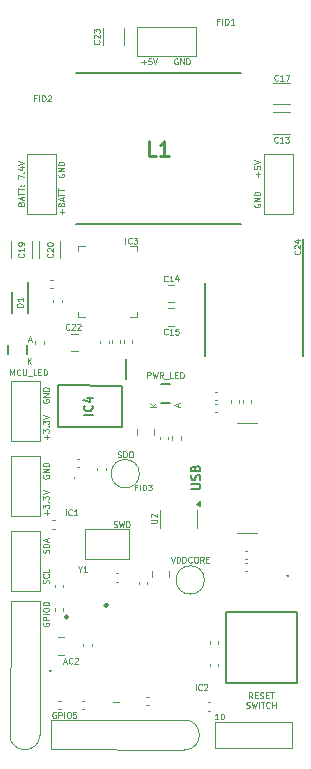
<source format=gbr>
%TF.GenerationSoftware,KiCad,Pcbnew,9.0.0*%
%TF.CreationDate,2025-11-26T22:34:46-05:00*%
%TF.ProjectId,pytheasFC_0.1.0,70797468-6561-4734-9643-5f302e312e30,0.1.0*%
%TF.SameCoordinates,PXbcd3d80PY660b0c0*%
%TF.FileFunction,Legend,Top*%
%TF.FilePolarity,Positive*%
%FSLAX46Y46*%
G04 Gerber Fmt 4.6, Leading zero omitted, Abs format (unit mm)*
G04 Created by KiCad (PCBNEW 9.0.0) date 2025-11-26 22:34:46*
%MOMM*%
%LPD*%
G01*
G04 APERTURE LIST*
%ADD10C,0.120000*%
%ADD11C,0.125000*%
%ADD12C,0.100000*%
%ADD13C,0.187500*%
%ADD14C,0.254000*%
%ADD15C,0.200000*%
%ADD16C,0.250000*%
%ADD17C,0.150000*%
G04 APERTURE END LIST*
D10*
X24700000Y52474376D02*
X24700000Y57544376D01*
X16524123Y65854204D02*
X16524123Y68324204D01*
X4202226Y7173232D02*
X15502226Y7104275D01*
X4202226Y9644275D02*
X15502226Y9644275D01*
X4646252Y53724563D02*
X4646252Y57524563D01*
X2176252Y57524563D02*
X2176252Y52454563D01*
X3270000Y34500000D02*
X3271425Y38324186D01*
X16524123Y68324204D02*
X11454123Y68324204D01*
X3270000Y19700000D02*
X798957Y19700000D01*
X3270000Y28200000D02*
X3270000Y32000000D01*
X798957Y19700000D02*
X730000Y8400000D01*
X3270000Y19700000D02*
X3270000Y8400000D01*
X798957Y20591520D02*
X2000000Y20590000D01*
X800000Y26930000D02*
X2000000Y26930000D01*
X15502226Y9644275D02*
G75*
G02*
X15502226Y7104325I-26J-1269975D01*
G01*
X4202226Y9644275D02*
X4202226Y7173232D01*
X7100000Y23300000D02*
X10835000Y23300000D01*
X10835000Y25200000D02*
X10835000Y23300000D01*
X22230000Y56274376D02*
X22230000Y52474376D01*
X11454123Y68324204D02*
X11454123Y67124204D01*
X3268957Y25661520D02*
X798957Y25661520D01*
X24700000Y57544376D02*
X23500000Y57544376D01*
X800000Y32000000D02*
X800000Y26930000D01*
X12724123Y65854204D02*
X16524123Y65854204D01*
X10200000Y25835000D02*
X7100000Y25835000D01*
X3270000Y8400000D02*
G75*
G02*
X730000Y8400000I-1270000J0D01*
G01*
X3268957Y21861520D02*
X3268957Y25661520D01*
X22230000Y52474376D02*
X24700000Y52474376D01*
X7100000Y25835000D02*
X7100000Y23300000D01*
X3271425Y38324186D02*
X801425Y38324186D01*
X801425Y38324186D02*
X801425Y33254186D01*
X3270000Y32000000D02*
X800000Y32000000D01*
X4646252Y57524563D02*
X2176252Y57524563D01*
X801425Y33254186D02*
X2001425Y33254186D01*
X798957Y25661520D02*
X798957Y20591520D01*
X2176252Y52454563D02*
X3376252Y52454563D01*
D11*
X21273809Y11472663D02*
X21107143Y11710758D01*
X20988095Y11472663D02*
X20988095Y11972663D01*
X20988095Y11972663D02*
X21178571Y11972663D01*
X21178571Y11972663D02*
X21226190Y11948853D01*
X21226190Y11948853D02*
X21250000Y11925044D01*
X21250000Y11925044D02*
X21273809Y11877425D01*
X21273809Y11877425D02*
X21273809Y11805996D01*
X21273809Y11805996D02*
X21250000Y11758377D01*
X21250000Y11758377D02*
X21226190Y11734568D01*
X21226190Y11734568D02*
X21178571Y11710758D01*
X21178571Y11710758D02*
X20988095Y11710758D01*
X21488095Y11734568D02*
X21654762Y11734568D01*
X21726190Y11472663D02*
X21488095Y11472663D01*
X21488095Y11472663D02*
X21488095Y11972663D01*
X21488095Y11972663D02*
X21726190Y11972663D01*
X21916667Y11496472D02*
X21988095Y11472663D01*
X21988095Y11472663D02*
X22107143Y11472663D01*
X22107143Y11472663D02*
X22154762Y11496472D01*
X22154762Y11496472D02*
X22178571Y11520282D01*
X22178571Y11520282D02*
X22202381Y11567901D01*
X22202381Y11567901D02*
X22202381Y11615520D01*
X22202381Y11615520D02*
X22178571Y11663139D01*
X22178571Y11663139D02*
X22154762Y11686949D01*
X22154762Y11686949D02*
X22107143Y11710758D01*
X22107143Y11710758D02*
X22011905Y11734568D01*
X22011905Y11734568D02*
X21964286Y11758377D01*
X21964286Y11758377D02*
X21940476Y11782187D01*
X21940476Y11782187D02*
X21916667Y11829806D01*
X21916667Y11829806D02*
X21916667Y11877425D01*
X21916667Y11877425D02*
X21940476Y11925044D01*
X21940476Y11925044D02*
X21964286Y11948853D01*
X21964286Y11948853D02*
X22011905Y11972663D01*
X22011905Y11972663D02*
X22130952Y11972663D01*
X22130952Y11972663D02*
X22202381Y11948853D01*
X22416666Y11734568D02*
X22583333Y11734568D01*
X22654761Y11472663D02*
X22416666Y11472663D01*
X22416666Y11472663D02*
X22416666Y11972663D01*
X22416666Y11972663D02*
X22654761Y11972663D01*
X22797619Y11972663D02*
X23083333Y11972663D01*
X22940476Y11472663D02*
X22940476Y11972663D01*
X20750000Y10691500D02*
X20821428Y10667691D01*
X20821428Y10667691D02*
X20940476Y10667691D01*
X20940476Y10667691D02*
X20988095Y10691500D01*
X20988095Y10691500D02*
X21011904Y10715310D01*
X21011904Y10715310D02*
X21035714Y10762929D01*
X21035714Y10762929D02*
X21035714Y10810548D01*
X21035714Y10810548D02*
X21011904Y10858167D01*
X21011904Y10858167D02*
X20988095Y10881977D01*
X20988095Y10881977D02*
X20940476Y10905786D01*
X20940476Y10905786D02*
X20845238Y10929596D01*
X20845238Y10929596D02*
X20797619Y10953405D01*
X20797619Y10953405D02*
X20773809Y10977215D01*
X20773809Y10977215D02*
X20750000Y11024834D01*
X20750000Y11024834D02*
X20750000Y11072453D01*
X20750000Y11072453D02*
X20773809Y11120072D01*
X20773809Y11120072D02*
X20797619Y11143881D01*
X20797619Y11143881D02*
X20845238Y11167691D01*
X20845238Y11167691D02*
X20964285Y11167691D01*
X20964285Y11167691D02*
X21035714Y11143881D01*
X21202380Y11167691D02*
X21321428Y10667691D01*
X21321428Y10667691D02*
X21416666Y11024834D01*
X21416666Y11024834D02*
X21511904Y10667691D01*
X21511904Y10667691D02*
X21630952Y11167691D01*
X21821428Y10667691D02*
X21821428Y11167691D01*
X21988095Y11167691D02*
X22273809Y11167691D01*
X22130952Y10667691D02*
X22130952Y11167691D01*
X22726189Y10715310D02*
X22702380Y10691500D01*
X22702380Y10691500D02*
X22630951Y10667691D01*
X22630951Y10667691D02*
X22583332Y10667691D01*
X22583332Y10667691D02*
X22511904Y10691500D01*
X22511904Y10691500D02*
X22464285Y10739120D01*
X22464285Y10739120D02*
X22440475Y10786739D01*
X22440475Y10786739D02*
X22416666Y10881977D01*
X22416666Y10881977D02*
X22416666Y10953405D01*
X22416666Y10953405D02*
X22440475Y11048643D01*
X22440475Y11048643D02*
X22464285Y11096262D01*
X22464285Y11096262D02*
X22511904Y11143881D01*
X22511904Y11143881D02*
X22583332Y11167691D01*
X22583332Y11167691D02*
X22630951Y11167691D01*
X22630951Y11167691D02*
X22702380Y11143881D01*
X22702380Y11143881D02*
X22726189Y11120072D01*
X22940475Y10667691D02*
X22940475Y11167691D01*
X22940475Y10929596D02*
X23226189Y10929596D01*
X23226189Y10667691D02*
X23226189Y11167691D01*
X4008500Y21204763D02*
X4032309Y21276191D01*
X4032309Y21276191D02*
X4032309Y21395239D01*
X4032309Y21395239D02*
X4008500Y21442858D01*
X4008500Y21442858D02*
X3984690Y21466667D01*
X3984690Y21466667D02*
X3937071Y21490477D01*
X3937071Y21490477D02*
X3889452Y21490477D01*
X3889452Y21490477D02*
X3841833Y21466667D01*
X3841833Y21466667D02*
X3818023Y21442858D01*
X3818023Y21442858D02*
X3794214Y21395239D01*
X3794214Y21395239D02*
X3770404Y21300001D01*
X3770404Y21300001D02*
X3746595Y21252382D01*
X3746595Y21252382D02*
X3722785Y21228572D01*
X3722785Y21228572D02*
X3675166Y21204763D01*
X3675166Y21204763D02*
X3627547Y21204763D01*
X3627547Y21204763D02*
X3579928Y21228572D01*
X3579928Y21228572D02*
X3556119Y21252382D01*
X3556119Y21252382D02*
X3532309Y21300001D01*
X3532309Y21300001D02*
X3532309Y21419048D01*
X3532309Y21419048D02*
X3556119Y21490477D01*
X3984690Y21990476D02*
X4008500Y21966667D01*
X4008500Y21966667D02*
X4032309Y21895238D01*
X4032309Y21895238D02*
X4032309Y21847619D01*
X4032309Y21847619D02*
X4008500Y21776191D01*
X4008500Y21776191D02*
X3960880Y21728572D01*
X3960880Y21728572D02*
X3913261Y21704762D01*
X3913261Y21704762D02*
X3818023Y21680953D01*
X3818023Y21680953D02*
X3746595Y21680953D01*
X3746595Y21680953D02*
X3651357Y21704762D01*
X3651357Y21704762D02*
X3603738Y21728572D01*
X3603738Y21728572D02*
X3556119Y21776191D01*
X3556119Y21776191D02*
X3532309Y21847619D01*
X3532309Y21847619D02*
X3532309Y21895238D01*
X3532309Y21895238D02*
X3556119Y21966667D01*
X3556119Y21966667D02*
X3579928Y21990476D01*
X4032309Y22442857D02*
X4032309Y22204762D01*
X4032309Y22204762D02*
X3532309Y22204762D01*
X14919047Y65643881D02*
X14871428Y65667691D01*
X14871428Y65667691D02*
X14799999Y65667691D01*
X14799999Y65667691D02*
X14728571Y65643881D01*
X14728571Y65643881D02*
X14680952Y65596262D01*
X14680952Y65596262D02*
X14657142Y65548643D01*
X14657142Y65548643D02*
X14633333Y65453405D01*
X14633333Y65453405D02*
X14633333Y65381977D01*
X14633333Y65381977D02*
X14657142Y65286739D01*
X14657142Y65286739D02*
X14680952Y65239120D01*
X14680952Y65239120D02*
X14728571Y65191500D01*
X14728571Y65191500D02*
X14799999Y65167691D01*
X14799999Y65167691D02*
X14847618Y65167691D01*
X14847618Y65167691D02*
X14919047Y65191500D01*
X14919047Y65191500D02*
X14942856Y65215310D01*
X14942856Y65215310D02*
X14942856Y65381977D01*
X14942856Y65381977D02*
X14847618Y65381977D01*
X15157142Y65167691D02*
X15157142Y65667691D01*
X15157142Y65667691D02*
X15442856Y65167691D01*
X15442856Y65167691D02*
X15442856Y65667691D01*
X15680952Y65167691D02*
X15680952Y65667691D01*
X15680952Y65667691D02*
X15800000Y65667691D01*
X15800000Y65667691D02*
X15871428Y65643881D01*
X15871428Y65643881D02*
X15919047Y65596262D01*
X15919047Y65596262D02*
X15942857Y65548643D01*
X15942857Y65548643D02*
X15966666Y65453405D01*
X15966666Y65453405D02*
X15966666Y65381977D01*
X15966666Y65381977D02*
X15942857Y65286739D01*
X15942857Y65286739D02*
X15919047Y65239120D01*
X15919047Y65239120D02*
X15871428Y65191500D01*
X15871428Y65191500D02*
X15800000Y65167691D01*
X15800000Y65167691D02*
X15680952Y65167691D01*
D12*
X14990752Y36180954D02*
X14990752Y36419049D01*
X15133609Y36133335D02*
X14633609Y36300001D01*
X14633609Y36300001D02*
X15133609Y36466668D01*
D11*
X3556119Y36763189D02*
X3532309Y36715570D01*
X3532309Y36715570D02*
X3532309Y36644141D01*
X3532309Y36644141D02*
X3556119Y36572713D01*
X3556119Y36572713D02*
X3603738Y36525094D01*
X3603738Y36525094D02*
X3651357Y36501284D01*
X3651357Y36501284D02*
X3746595Y36477475D01*
X3746595Y36477475D02*
X3818023Y36477475D01*
X3818023Y36477475D02*
X3913261Y36501284D01*
X3913261Y36501284D02*
X3960880Y36525094D01*
X3960880Y36525094D02*
X4008500Y36572713D01*
X4008500Y36572713D02*
X4032309Y36644141D01*
X4032309Y36644141D02*
X4032309Y36691760D01*
X4032309Y36691760D02*
X4008500Y36763189D01*
X4008500Y36763189D02*
X3984690Y36786998D01*
X3984690Y36786998D02*
X3818023Y36786998D01*
X3818023Y36786998D02*
X3818023Y36691760D01*
X4032309Y37001284D02*
X3532309Y37001284D01*
X3532309Y37001284D02*
X4032309Y37286998D01*
X4032309Y37286998D02*
X3532309Y37286998D01*
X4032309Y37525094D02*
X3532309Y37525094D01*
X3532309Y37525094D02*
X3532309Y37644142D01*
X3532309Y37644142D02*
X3556119Y37715570D01*
X3556119Y37715570D02*
X3603738Y37763189D01*
X3603738Y37763189D02*
X3651357Y37786999D01*
X3651357Y37786999D02*
X3746595Y37810808D01*
X3746595Y37810808D02*
X3818023Y37810808D01*
X3818023Y37810808D02*
X3913261Y37786999D01*
X3913261Y37786999D02*
X3960880Y37763189D01*
X3960880Y37763189D02*
X4008500Y37715570D01*
X4008500Y37715570D02*
X4032309Y37644142D01*
X4032309Y37644142D02*
X4032309Y37525094D01*
X3556119Y17861906D02*
X3532309Y17814287D01*
X3532309Y17814287D02*
X3532309Y17742858D01*
X3532309Y17742858D02*
X3556119Y17671430D01*
X3556119Y17671430D02*
X3603738Y17623811D01*
X3603738Y17623811D02*
X3651357Y17600001D01*
X3651357Y17600001D02*
X3746595Y17576192D01*
X3746595Y17576192D02*
X3818023Y17576192D01*
X3818023Y17576192D02*
X3913261Y17600001D01*
X3913261Y17600001D02*
X3960880Y17623811D01*
X3960880Y17623811D02*
X4008500Y17671430D01*
X4008500Y17671430D02*
X4032309Y17742858D01*
X4032309Y17742858D02*
X4032309Y17790477D01*
X4032309Y17790477D02*
X4008500Y17861906D01*
X4008500Y17861906D02*
X3984690Y17885715D01*
X3984690Y17885715D02*
X3818023Y17885715D01*
X3818023Y17885715D02*
X3818023Y17790477D01*
X4032309Y18100001D02*
X3532309Y18100001D01*
X3532309Y18100001D02*
X3532309Y18290477D01*
X3532309Y18290477D02*
X3556119Y18338096D01*
X3556119Y18338096D02*
X3579928Y18361906D01*
X3579928Y18361906D02*
X3627547Y18385715D01*
X3627547Y18385715D02*
X3698976Y18385715D01*
X3698976Y18385715D02*
X3746595Y18361906D01*
X3746595Y18361906D02*
X3770404Y18338096D01*
X3770404Y18338096D02*
X3794214Y18290477D01*
X3794214Y18290477D02*
X3794214Y18100001D01*
X4032309Y18600001D02*
X3532309Y18600001D01*
X3532309Y18933334D02*
X3532309Y19028572D01*
X3532309Y19028572D02*
X3556119Y19076191D01*
X3556119Y19076191D02*
X3603738Y19123810D01*
X3603738Y19123810D02*
X3698976Y19147620D01*
X3698976Y19147620D02*
X3865642Y19147620D01*
X3865642Y19147620D02*
X3960880Y19123810D01*
X3960880Y19123810D02*
X4008500Y19076191D01*
X4008500Y19076191D02*
X4032309Y19028572D01*
X4032309Y19028572D02*
X4032309Y18933334D01*
X4032309Y18933334D02*
X4008500Y18885715D01*
X4008500Y18885715D02*
X3960880Y18838096D01*
X3960880Y18838096D02*
X3865642Y18814287D01*
X3865642Y18814287D02*
X3698976Y18814287D01*
X3698976Y18814287D02*
X3603738Y18838096D01*
X3603738Y18838096D02*
X3556119Y18885715D01*
X3556119Y18885715D02*
X3532309Y18933334D01*
X3532309Y19457144D02*
X3532309Y19504763D01*
X3532309Y19504763D02*
X3556119Y19552382D01*
X3556119Y19552382D02*
X3579928Y19576192D01*
X3579928Y19576192D02*
X3627547Y19600001D01*
X3627547Y19600001D02*
X3722785Y19623811D01*
X3722785Y19623811D02*
X3841833Y19623811D01*
X3841833Y19623811D02*
X3937071Y19600001D01*
X3937071Y19600001D02*
X3984690Y19576192D01*
X3984690Y19576192D02*
X4008500Y19552382D01*
X4008500Y19552382D02*
X4032309Y19504763D01*
X4032309Y19504763D02*
X4032309Y19457144D01*
X4032309Y19457144D02*
X4008500Y19409525D01*
X4008500Y19409525D02*
X3984690Y19385716D01*
X3984690Y19385716D02*
X3937071Y19361906D01*
X3937071Y19361906D02*
X3841833Y19338097D01*
X3841833Y19338097D02*
X3722785Y19338097D01*
X3722785Y19338097D02*
X3627547Y19361906D01*
X3627547Y19361906D02*
X3579928Y19385716D01*
X3579928Y19385716D02*
X3556119Y19409525D01*
X3556119Y19409525D02*
X3532309Y19457144D01*
X18387979Y9684052D02*
X18102265Y9684052D01*
X18245122Y9684052D02*
X18245122Y10184052D01*
X18245122Y10184052D02*
X18197503Y10112623D01*
X18197503Y10112623D02*
X18149884Y10065004D01*
X18149884Y10065004D02*
X18102265Y10041195D01*
X18697502Y10184052D02*
X18745121Y10184052D01*
X18745121Y10184052D02*
X18792740Y10160242D01*
X18792740Y10160242D02*
X18816550Y10136433D01*
X18816550Y10136433D02*
X18840359Y10088814D01*
X18840359Y10088814D02*
X18864169Y9993576D01*
X18864169Y9993576D02*
X18864169Y9874528D01*
X18864169Y9874528D02*
X18840359Y9779290D01*
X18840359Y9779290D02*
X18816550Y9731671D01*
X18816550Y9731671D02*
X18792740Y9707861D01*
X18792740Y9707861D02*
X18745121Y9684052D01*
X18745121Y9684052D02*
X18697502Y9684052D01*
X18697502Y9684052D02*
X18649883Y9707861D01*
X18649883Y9707861D02*
X18626074Y9731671D01*
X18626074Y9731671D02*
X18602264Y9779290D01*
X18602264Y9779290D02*
X18578455Y9874528D01*
X18578455Y9874528D02*
X18578455Y9993576D01*
X18578455Y9993576D02*
X18602264Y10088814D01*
X18602264Y10088814D02*
X18626074Y10136433D01*
X18626074Y10136433D02*
X18649883Y10160242D01*
X18649883Y10160242D02*
X18697502Y10184052D01*
X4607123Y10289100D02*
X4559504Y10312910D01*
X4559504Y10312910D02*
X4488075Y10312910D01*
X4488075Y10312910D02*
X4416647Y10289100D01*
X4416647Y10289100D02*
X4369028Y10241481D01*
X4369028Y10241481D02*
X4345218Y10193862D01*
X4345218Y10193862D02*
X4321409Y10098624D01*
X4321409Y10098624D02*
X4321409Y10027196D01*
X4321409Y10027196D02*
X4345218Y9931958D01*
X4345218Y9931958D02*
X4369028Y9884339D01*
X4369028Y9884339D02*
X4416647Y9836719D01*
X4416647Y9836719D02*
X4488075Y9812910D01*
X4488075Y9812910D02*
X4535694Y9812910D01*
X4535694Y9812910D02*
X4607123Y9836719D01*
X4607123Y9836719D02*
X4630932Y9860529D01*
X4630932Y9860529D02*
X4630932Y10027196D01*
X4630932Y10027196D02*
X4535694Y10027196D01*
X4845218Y9812910D02*
X4845218Y10312910D01*
X4845218Y10312910D02*
X5035694Y10312910D01*
X5035694Y10312910D02*
X5083313Y10289100D01*
X5083313Y10289100D02*
X5107123Y10265291D01*
X5107123Y10265291D02*
X5130932Y10217672D01*
X5130932Y10217672D02*
X5130932Y10146243D01*
X5130932Y10146243D02*
X5107123Y10098624D01*
X5107123Y10098624D02*
X5083313Y10074815D01*
X5083313Y10074815D02*
X5035694Y10051005D01*
X5035694Y10051005D02*
X4845218Y10051005D01*
X5345218Y9812910D02*
X5345218Y10312910D01*
X5678551Y10312910D02*
X5773789Y10312910D01*
X5773789Y10312910D02*
X5821408Y10289100D01*
X5821408Y10289100D02*
X5869027Y10241481D01*
X5869027Y10241481D02*
X5892837Y10146243D01*
X5892837Y10146243D02*
X5892837Y9979577D01*
X5892837Y9979577D02*
X5869027Y9884339D01*
X5869027Y9884339D02*
X5821408Y9836719D01*
X5821408Y9836719D02*
X5773789Y9812910D01*
X5773789Y9812910D02*
X5678551Y9812910D01*
X5678551Y9812910D02*
X5630932Y9836719D01*
X5630932Y9836719D02*
X5583313Y9884339D01*
X5583313Y9884339D02*
X5559504Y9979577D01*
X5559504Y9979577D02*
X5559504Y10146243D01*
X5559504Y10146243D02*
X5583313Y10241481D01*
X5583313Y10241481D02*
X5630932Y10289100D01*
X5630932Y10289100D02*
X5678551Y10312910D01*
X6345218Y10312910D02*
X6107123Y10312910D01*
X6107123Y10312910D02*
X6083314Y10074815D01*
X6083314Y10074815D02*
X6107123Y10098624D01*
X6107123Y10098624D02*
X6154742Y10122434D01*
X6154742Y10122434D02*
X6273790Y10122434D01*
X6273790Y10122434D02*
X6321409Y10098624D01*
X6321409Y10098624D02*
X6345218Y10074815D01*
X6345218Y10074815D02*
X6369028Y10027196D01*
X6369028Y10027196D02*
X6369028Y9908148D01*
X6369028Y9908148D02*
X6345218Y9860529D01*
X6345218Y9860529D02*
X6321409Y9836719D01*
X6321409Y9836719D02*
X6273790Y9812910D01*
X6273790Y9812910D02*
X6154742Y9812910D01*
X6154742Y9812910D02*
X6107123Y9836719D01*
X6107123Y9836719D02*
X6083314Y9860529D01*
D12*
X2269047Y39766391D02*
X2269047Y40266391D01*
X2554761Y39766391D02*
X2340476Y40052105D01*
X2554761Y40266391D02*
X2269047Y39980677D01*
D11*
X3841833Y33401284D02*
X3841833Y33782236D01*
X4032309Y33591760D02*
X3651357Y33591760D01*
X3532309Y33972713D02*
X3532309Y34282237D01*
X3532309Y34282237D02*
X3722785Y34115570D01*
X3722785Y34115570D02*
X3722785Y34186999D01*
X3722785Y34186999D02*
X3746595Y34234618D01*
X3746595Y34234618D02*
X3770404Y34258427D01*
X3770404Y34258427D02*
X3818023Y34282237D01*
X3818023Y34282237D02*
X3937071Y34282237D01*
X3937071Y34282237D02*
X3984690Y34258427D01*
X3984690Y34258427D02*
X4008500Y34234618D01*
X4008500Y34234618D02*
X4032309Y34186999D01*
X4032309Y34186999D02*
X4032309Y34044142D01*
X4032309Y34044142D02*
X4008500Y33996523D01*
X4008500Y33996523D02*
X3984690Y33972713D01*
X3984690Y34496522D02*
X4008500Y34520332D01*
X4008500Y34520332D02*
X4032309Y34496522D01*
X4032309Y34496522D02*
X4008500Y34472713D01*
X4008500Y34472713D02*
X3984690Y34496522D01*
X3984690Y34496522D02*
X4032309Y34496522D01*
X3532309Y34686998D02*
X3532309Y34996522D01*
X3532309Y34996522D02*
X3722785Y34829855D01*
X3722785Y34829855D02*
X3722785Y34901284D01*
X3722785Y34901284D02*
X3746595Y34948903D01*
X3746595Y34948903D02*
X3770404Y34972712D01*
X3770404Y34972712D02*
X3818023Y34996522D01*
X3818023Y34996522D02*
X3937071Y34996522D01*
X3937071Y34996522D02*
X3984690Y34972712D01*
X3984690Y34972712D02*
X4008500Y34948903D01*
X4008500Y34948903D02*
X4032309Y34901284D01*
X4032309Y34901284D02*
X4032309Y34758427D01*
X4032309Y34758427D02*
X4008500Y34710808D01*
X4008500Y34710808D02*
X3984690Y34686998D01*
X3532309Y35139379D02*
X4032309Y35306045D01*
X4032309Y35306045D02*
X3532309Y35472712D01*
X21456119Y53319048D02*
X21432309Y53271429D01*
X21432309Y53271429D02*
X21432309Y53200000D01*
X21432309Y53200000D02*
X21456119Y53128572D01*
X21456119Y53128572D02*
X21503738Y53080953D01*
X21503738Y53080953D02*
X21551357Y53057143D01*
X21551357Y53057143D02*
X21646595Y53033334D01*
X21646595Y53033334D02*
X21718023Y53033334D01*
X21718023Y53033334D02*
X21813261Y53057143D01*
X21813261Y53057143D02*
X21860880Y53080953D01*
X21860880Y53080953D02*
X21908500Y53128572D01*
X21908500Y53128572D02*
X21932309Y53200000D01*
X21932309Y53200000D02*
X21932309Y53247619D01*
X21932309Y53247619D02*
X21908500Y53319048D01*
X21908500Y53319048D02*
X21884690Y53342857D01*
X21884690Y53342857D02*
X21718023Y53342857D01*
X21718023Y53342857D02*
X21718023Y53247619D01*
X21932309Y53557143D02*
X21432309Y53557143D01*
X21432309Y53557143D02*
X21932309Y53842857D01*
X21932309Y53842857D02*
X21432309Y53842857D01*
X21932309Y54080953D02*
X21432309Y54080953D01*
X21432309Y54080953D02*
X21432309Y54200001D01*
X21432309Y54200001D02*
X21456119Y54271429D01*
X21456119Y54271429D02*
X21503738Y54319048D01*
X21503738Y54319048D02*
X21551357Y54342858D01*
X21551357Y54342858D02*
X21646595Y54366667D01*
X21646595Y54366667D02*
X21718023Y54366667D01*
X21718023Y54366667D02*
X21813261Y54342858D01*
X21813261Y54342858D02*
X21860880Y54319048D01*
X21860880Y54319048D02*
X21908500Y54271429D01*
X21908500Y54271429D02*
X21932309Y54200001D01*
X21932309Y54200001D02*
X21932309Y54080953D01*
D12*
X2280953Y41809248D02*
X2519048Y41809248D01*
X2233334Y41666391D02*
X2400000Y42166391D01*
X2400000Y42166391D02*
X2566667Y41666391D01*
D11*
X1670404Y53367951D02*
X1694214Y53439379D01*
X1694214Y53439379D02*
X1718023Y53463189D01*
X1718023Y53463189D02*
X1765642Y53486998D01*
X1765642Y53486998D02*
X1837071Y53486998D01*
X1837071Y53486998D02*
X1884690Y53463189D01*
X1884690Y53463189D02*
X1908500Y53439379D01*
X1908500Y53439379D02*
X1932309Y53391760D01*
X1932309Y53391760D02*
X1932309Y53201284D01*
X1932309Y53201284D02*
X1432309Y53201284D01*
X1432309Y53201284D02*
X1432309Y53367951D01*
X1432309Y53367951D02*
X1456119Y53415570D01*
X1456119Y53415570D02*
X1479928Y53439379D01*
X1479928Y53439379D02*
X1527547Y53463189D01*
X1527547Y53463189D02*
X1575166Y53463189D01*
X1575166Y53463189D02*
X1622785Y53439379D01*
X1622785Y53439379D02*
X1646595Y53415570D01*
X1646595Y53415570D02*
X1670404Y53367951D01*
X1670404Y53367951D02*
X1670404Y53201284D01*
X1789452Y53677475D02*
X1789452Y53915570D01*
X1932309Y53629856D02*
X1432309Y53796522D01*
X1432309Y53796522D02*
X1932309Y53963189D01*
X1432309Y54058427D02*
X1432309Y54344141D01*
X1932309Y54201284D02*
X1432309Y54201284D01*
X1432309Y54439379D02*
X1432309Y54725093D01*
X1932309Y54582236D02*
X1432309Y54582236D01*
X1884690Y54891759D02*
X1908500Y54915569D01*
X1908500Y54915569D02*
X1932309Y54891759D01*
X1932309Y54891759D02*
X1908500Y54867950D01*
X1908500Y54867950D02*
X1884690Y54891759D01*
X1884690Y54891759D02*
X1932309Y54891759D01*
X1622785Y54891759D02*
X1646595Y54915569D01*
X1646595Y54915569D02*
X1670404Y54891759D01*
X1670404Y54891759D02*
X1646595Y54867950D01*
X1646595Y54867950D02*
X1622785Y54891759D01*
X1622785Y54891759D02*
X1670404Y54891759D01*
X1432309Y55463187D02*
X1432309Y55796520D01*
X1432309Y55796520D02*
X1932309Y55582235D01*
X1884690Y55986996D02*
X1908500Y56010806D01*
X1908500Y56010806D02*
X1932309Y55986996D01*
X1932309Y55986996D02*
X1908500Y55963187D01*
X1908500Y55963187D02*
X1884690Y55986996D01*
X1884690Y55986996D02*
X1932309Y55986996D01*
X1598976Y56439377D02*
X1932309Y56439377D01*
X1408500Y56320329D02*
X1765642Y56201282D01*
X1765642Y56201282D02*
X1765642Y56510805D01*
X1432309Y56629853D02*
X1932309Y56796519D01*
X1932309Y56796519D02*
X1432309Y56963186D01*
X11857143Y65358167D02*
X12238096Y65358167D01*
X12047619Y65167691D02*
X12047619Y65548643D01*
X12714286Y65667691D02*
X12476191Y65667691D01*
X12476191Y65667691D02*
X12452382Y65429596D01*
X12452382Y65429596D02*
X12476191Y65453405D01*
X12476191Y65453405D02*
X12523810Y65477215D01*
X12523810Y65477215D02*
X12642858Y65477215D01*
X12642858Y65477215D02*
X12690477Y65453405D01*
X12690477Y65453405D02*
X12714286Y65429596D01*
X12714286Y65429596D02*
X12738096Y65381977D01*
X12738096Y65381977D02*
X12738096Y65262929D01*
X12738096Y65262929D02*
X12714286Y65215310D01*
X12714286Y65215310D02*
X12690477Y65191500D01*
X12690477Y65191500D02*
X12642858Y65167691D01*
X12642858Y65167691D02*
X12523810Y65167691D01*
X12523810Y65167691D02*
X12476191Y65191500D01*
X12476191Y65191500D02*
X12452382Y65215310D01*
X12880953Y65667691D02*
X13047619Y65167691D01*
X13047619Y65167691D02*
X13214286Y65667691D01*
X3841833Y27001284D02*
X3841833Y27382236D01*
X4032309Y27191760D02*
X3651357Y27191760D01*
X3532309Y27572713D02*
X3532309Y27882237D01*
X3532309Y27882237D02*
X3722785Y27715570D01*
X3722785Y27715570D02*
X3722785Y27786999D01*
X3722785Y27786999D02*
X3746595Y27834618D01*
X3746595Y27834618D02*
X3770404Y27858427D01*
X3770404Y27858427D02*
X3818023Y27882237D01*
X3818023Y27882237D02*
X3937071Y27882237D01*
X3937071Y27882237D02*
X3984690Y27858427D01*
X3984690Y27858427D02*
X4008500Y27834618D01*
X4008500Y27834618D02*
X4032309Y27786999D01*
X4032309Y27786999D02*
X4032309Y27644142D01*
X4032309Y27644142D02*
X4008500Y27596523D01*
X4008500Y27596523D02*
X3984690Y27572713D01*
X3984690Y28096522D02*
X4008500Y28120332D01*
X4008500Y28120332D02*
X4032309Y28096522D01*
X4032309Y28096522D02*
X4008500Y28072713D01*
X4008500Y28072713D02*
X3984690Y28096522D01*
X3984690Y28096522D02*
X4032309Y28096522D01*
X3532309Y28286998D02*
X3532309Y28596522D01*
X3532309Y28596522D02*
X3722785Y28429855D01*
X3722785Y28429855D02*
X3722785Y28501284D01*
X3722785Y28501284D02*
X3746595Y28548903D01*
X3746595Y28548903D02*
X3770404Y28572712D01*
X3770404Y28572712D02*
X3818023Y28596522D01*
X3818023Y28596522D02*
X3937071Y28596522D01*
X3937071Y28596522D02*
X3984690Y28572712D01*
X3984690Y28572712D02*
X4008500Y28548903D01*
X4008500Y28548903D02*
X4032309Y28501284D01*
X4032309Y28501284D02*
X4032309Y28358427D01*
X4032309Y28358427D02*
X4008500Y28310808D01*
X4008500Y28310808D02*
X3984690Y28286998D01*
X3532309Y28739379D02*
X4032309Y28906045D01*
X4032309Y28906045D02*
X3532309Y29072712D01*
X21741833Y55657144D02*
X21741833Y56038096D01*
X21932309Y55847620D02*
X21551357Y55847620D01*
X21432309Y56514287D02*
X21432309Y56276192D01*
X21432309Y56276192D02*
X21670404Y56252383D01*
X21670404Y56252383D02*
X21646595Y56276192D01*
X21646595Y56276192D02*
X21622785Y56323811D01*
X21622785Y56323811D02*
X21622785Y56442859D01*
X21622785Y56442859D02*
X21646595Y56490478D01*
X21646595Y56490478D02*
X21670404Y56514287D01*
X21670404Y56514287D02*
X21718023Y56538097D01*
X21718023Y56538097D02*
X21837071Y56538097D01*
X21837071Y56538097D02*
X21884690Y56514287D01*
X21884690Y56514287D02*
X21908500Y56490478D01*
X21908500Y56490478D02*
X21932309Y56442859D01*
X21932309Y56442859D02*
X21932309Y56323811D01*
X21932309Y56323811D02*
X21908500Y56276192D01*
X21908500Y56276192D02*
X21884690Y56252383D01*
X21432309Y56680954D02*
X21932309Y56847620D01*
X21932309Y56847620D02*
X21432309Y57014287D01*
D12*
X13133609Y36169048D02*
X12633609Y36169048D01*
X13133609Y36454762D02*
X12847895Y36240477D01*
X12633609Y36454762D02*
X12919323Y36169048D01*
D11*
X4008500Y23777475D02*
X4032309Y23848903D01*
X4032309Y23848903D02*
X4032309Y23967951D01*
X4032309Y23967951D02*
X4008500Y24015570D01*
X4008500Y24015570D02*
X3984690Y24039379D01*
X3984690Y24039379D02*
X3937071Y24063189D01*
X3937071Y24063189D02*
X3889452Y24063189D01*
X3889452Y24063189D02*
X3841833Y24039379D01*
X3841833Y24039379D02*
X3818023Y24015570D01*
X3818023Y24015570D02*
X3794214Y23967951D01*
X3794214Y23967951D02*
X3770404Y23872713D01*
X3770404Y23872713D02*
X3746595Y23825094D01*
X3746595Y23825094D02*
X3722785Y23801284D01*
X3722785Y23801284D02*
X3675166Y23777475D01*
X3675166Y23777475D02*
X3627547Y23777475D01*
X3627547Y23777475D02*
X3579928Y23801284D01*
X3579928Y23801284D02*
X3556119Y23825094D01*
X3556119Y23825094D02*
X3532309Y23872713D01*
X3532309Y23872713D02*
X3532309Y23991760D01*
X3532309Y23991760D02*
X3556119Y24063189D01*
X4032309Y24277474D02*
X3532309Y24277474D01*
X3532309Y24277474D02*
X3532309Y24396522D01*
X3532309Y24396522D02*
X3556119Y24467950D01*
X3556119Y24467950D02*
X3603738Y24515569D01*
X3603738Y24515569D02*
X3651357Y24539379D01*
X3651357Y24539379D02*
X3746595Y24563188D01*
X3746595Y24563188D02*
X3818023Y24563188D01*
X3818023Y24563188D02*
X3913261Y24539379D01*
X3913261Y24539379D02*
X3960880Y24515569D01*
X3960880Y24515569D02*
X4008500Y24467950D01*
X4008500Y24467950D02*
X4032309Y24396522D01*
X4032309Y24396522D02*
X4032309Y24277474D01*
X3889452Y24753665D02*
X3889452Y24991760D01*
X4032309Y24706046D02*
X3532309Y24872712D01*
X3532309Y24872712D02*
X4032309Y25039379D01*
X4856119Y55863189D02*
X4832309Y55815570D01*
X4832309Y55815570D02*
X4832309Y55744141D01*
X4832309Y55744141D02*
X4856119Y55672713D01*
X4856119Y55672713D02*
X4903738Y55625094D01*
X4903738Y55625094D02*
X4951357Y55601284D01*
X4951357Y55601284D02*
X5046595Y55577475D01*
X5046595Y55577475D02*
X5118023Y55577475D01*
X5118023Y55577475D02*
X5213261Y55601284D01*
X5213261Y55601284D02*
X5260880Y55625094D01*
X5260880Y55625094D02*
X5308500Y55672713D01*
X5308500Y55672713D02*
X5332309Y55744141D01*
X5332309Y55744141D02*
X5332309Y55791760D01*
X5332309Y55791760D02*
X5308500Y55863189D01*
X5308500Y55863189D02*
X5284690Y55886998D01*
X5284690Y55886998D02*
X5118023Y55886998D01*
X5118023Y55886998D02*
X5118023Y55791760D01*
X5332309Y56101284D02*
X4832309Y56101284D01*
X4832309Y56101284D02*
X5332309Y56386998D01*
X5332309Y56386998D02*
X4832309Y56386998D01*
X5332309Y56625094D02*
X4832309Y56625094D01*
X4832309Y56625094D02*
X4832309Y56744142D01*
X4832309Y56744142D02*
X4856119Y56815570D01*
X4856119Y56815570D02*
X4903738Y56863189D01*
X4903738Y56863189D02*
X4951357Y56886999D01*
X4951357Y56886999D02*
X5046595Y56910808D01*
X5046595Y56910808D02*
X5118023Y56910808D01*
X5118023Y56910808D02*
X5213261Y56886999D01*
X5213261Y56886999D02*
X5260880Y56863189D01*
X5260880Y56863189D02*
X5308500Y56815570D01*
X5308500Y56815570D02*
X5332309Y56744142D01*
X5332309Y56744142D02*
X5332309Y56625094D01*
X5141833Y52501284D02*
X5141833Y52882236D01*
X5332309Y52691760D02*
X4951357Y52691760D01*
X5070404Y53286999D02*
X5094214Y53358427D01*
X5094214Y53358427D02*
X5118023Y53382237D01*
X5118023Y53382237D02*
X5165642Y53406046D01*
X5165642Y53406046D02*
X5237071Y53406046D01*
X5237071Y53406046D02*
X5284690Y53382237D01*
X5284690Y53382237D02*
X5308500Y53358427D01*
X5308500Y53358427D02*
X5332309Y53310808D01*
X5332309Y53310808D02*
X5332309Y53120332D01*
X5332309Y53120332D02*
X4832309Y53120332D01*
X4832309Y53120332D02*
X4832309Y53286999D01*
X4832309Y53286999D02*
X4856119Y53334618D01*
X4856119Y53334618D02*
X4879928Y53358427D01*
X4879928Y53358427D02*
X4927547Y53382237D01*
X4927547Y53382237D02*
X4975166Y53382237D01*
X4975166Y53382237D02*
X5022785Y53358427D01*
X5022785Y53358427D02*
X5046595Y53334618D01*
X5046595Y53334618D02*
X5070404Y53286999D01*
X5070404Y53286999D02*
X5070404Y53120332D01*
X5189452Y53596523D02*
X5189452Y53834618D01*
X5332309Y53548904D02*
X4832309Y53715570D01*
X4832309Y53715570D02*
X5332309Y53882237D01*
X4832309Y53977475D02*
X4832309Y54263189D01*
X5332309Y54120332D02*
X4832309Y54120332D01*
X4832309Y54358427D02*
X4832309Y54644141D01*
X5332309Y54501284D02*
X4832309Y54501284D01*
X3556119Y30363189D02*
X3532309Y30315570D01*
X3532309Y30315570D02*
X3532309Y30244141D01*
X3532309Y30244141D02*
X3556119Y30172713D01*
X3556119Y30172713D02*
X3603738Y30125094D01*
X3603738Y30125094D02*
X3651357Y30101284D01*
X3651357Y30101284D02*
X3746595Y30077475D01*
X3746595Y30077475D02*
X3818023Y30077475D01*
X3818023Y30077475D02*
X3913261Y30101284D01*
X3913261Y30101284D02*
X3960880Y30125094D01*
X3960880Y30125094D02*
X4008500Y30172713D01*
X4008500Y30172713D02*
X4032309Y30244141D01*
X4032309Y30244141D02*
X4032309Y30291760D01*
X4032309Y30291760D02*
X4008500Y30363189D01*
X4008500Y30363189D02*
X3984690Y30386998D01*
X3984690Y30386998D02*
X3818023Y30386998D01*
X3818023Y30386998D02*
X3818023Y30291760D01*
X4032309Y30601284D02*
X3532309Y30601284D01*
X3532309Y30601284D02*
X4032309Y30886998D01*
X4032309Y30886998D02*
X3532309Y30886998D01*
X4032309Y31125094D02*
X3532309Y31125094D01*
X3532309Y31125094D02*
X3532309Y31244142D01*
X3532309Y31244142D02*
X3556119Y31315570D01*
X3556119Y31315570D02*
X3603738Y31363189D01*
X3603738Y31363189D02*
X3651357Y31386999D01*
X3651357Y31386999D02*
X3746595Y31410808D01*
X3746595Y31410808D02*
X3818023Y31410808D01*
X3818023Y31410808D02*
X3913261Y31386999D01*
X3913261Y31386999D02*
X3960880Y31363189D01*
X3960880Y31363189D02*
X4008500Y31315570D01*
X4008500Y31315570D02*
X4032309Y31244142D01*
X4032309Y31244142D02*
X4032309Y31125094D01*
X5288388Y14545760D02*
X5526483Y14545760D01*
X5240769Y14402903D02*
X5407435Y14902903D01*
X5407435Y14902903D02*
X5574102Y14402903D01*
X6026482Y14450522D02*
X6002673Y14426712D01*
X6002673Y14426712D02*
X5931244Y14402903D01*
X5931244Y14402903D02*
X5883625Y14402903D01*
X5883625Y14402903D02*
X5812197Y14426712D01*
X5812197Y14426712D02*
X5764578Y14474332D01*
X5764578Y14474332D02*
X5740768Y14521951D01*
X5740768Y14521951D02*
X5716959Y14617189D01*
X5716959Y14617189D02*
X5716959Y14688617D01*
X5716959Y14688617D02*
X5740768Y14783855D01*
X5740768Y14783855D02*
X5764578Y14831474D01*
X5764578Y14831474D02*
X5812197Y14879093D01*
X5812197Y14879093D02*
X5883625Y14902903D01*
X5883625Y14902903D02*
X5931244Y14902903D01*
X5931244Y14902903D02*
X6002673Y14879093D01*
X6002673Y14879093D02*
X6026482Y14855284D01*
X6216959Y14855284D02*
X6240768Y14879093D01*
X6240768Y14879093D02*
X6288387Y14902903D01*
X6288387Y14902903D02*
X6407435Y14902903D01*
X6407435Y14902903D02*
X6455054Y14879093D01*
X6455054Y14879093D02*
X6478863Y14855284D01*
X6478863Y14855284D02*
X6502673Y14807665D01*
X6502673Y14807665D02*
X6502673Y14760046D01*
X6502673Y14760046D02*
X6478863Y14688617D01*
X6478863Y14688617D02*
X6193149Y14402903D01*
X6193149Y14402903D02*
X6502673Y14402903D01*
X23428571Y63822810D02*
X23404762Y63799000D01*
X23404762Y63799000D02*
X23333333Y63775191D01*
X23333333Y63775191D02*
X23285714Y63775191D01*
X23285714Y63775191D02*
X23214286Y63799000D01*
X23214286Y63799000D02*
X23166667Y63846620D01*
X23166667Y63846620D02*
X23142857Y63894239D01*
X23142857Y63894239D02*
X23119048Y63989477D01*
X23119048Y63989477D02*
X23119048Y64060905D01*
X23119048Y64060905D02*
X23142857Y64156143D01*
X23142857Y64156143D02*
X23166667Y64203762D01*
X23166667Y64203762D02*
X23214286Y64251381D01*
X23214286Y64251381D02*
X23285714Y64275191D01*
X23285714Y64275191D02*
X23333333Y64275191D01*
X23333333Y64275191D02*
X23404762Y64251381D01*
X23404762Y64251381D02*
X23428571Y64227572D01*
X23904762Y63775191D02*
X23619048Y63775191D01*
X23761905Y63775191D02*
X23761905Y64275191D01*
X23761905Y64275191D02*
X23714286Y64203762D01*
X23714286Y64203762D02*
X23666667Y64156143D01*
X23666667Y64156143D02*
X23619048Y64132334D01*
X24071428Y64275191D02*
X24404761Y64275191D01*
X24404761Y64275191D02*
X24190476Y63775191D01*
D13*
X7737214Y35467858D02*
X6987214Y35467858D01*
X7665785Y36253572D02*
X7701500Y36217858D01*
X7701500Y36217858D02*
X7737214Y36110715D01*
X7737214Y36110715D02*
X7737214Y36039287D01*
X7737214Y36039287D02*
X7701500Y35932144D01*
X7701500Y35932144D02*
X7630071Y35860715D01*
X7630071Y35860715D02*
X7558642Y35825001D01*
X7558642Y35825001D02*
X7415785Y35789287D01*
X7415785Y35789287D02*
X7308642Y35789287D01*
X7308642Y35789287D02*
X7165785Y35825001D01*
X7165785Y35825001D02*
X7094357Y35860715D01*
X7094357Y35860715D02*
X7022928Y35932144D01*
X7022928Y35932144D02*
X6987214Y36039287D01*
X6987214Y36039287D02*
X6987214Y36110715D01*
X6987214Y36110715D02*
X7022928Y36217858D01*
X7022928Y36217858D02*
X7058642Y36253572D01*
X7237214Y36896429D02*
X7737214Y36896429D01*
X6951500Y36717858D02*
X7487214Y36539287D01*
X7487214Y36539287D02*
X7487214Y37003572D01*
D11*
X2964286Y62287096D02*
X2797619Y62287096D01*
X2797619Y62025191D02*
X2797619Y62525191D01*
X2797619Y62525191D02*
X3035714Y62525191D01*
X3226190Y62025191D02*
X3226190Y62525191D01*
X3464285Y62025191D02*
X3464285Y62525191D01*
X3464285Y62525191D02*
X3583333Y62525191D01*
X3583333Y62525191D02*
X3654761Y62501381D01*
X3654761Y62501381D02*
X3702380Y62453762D01*
X3702380Y62453762D02*
X3726190Y62406143D01*
X3726190Y62406143D02*
X3749999Y62310905D01*
X3749999Y62310905D02*
X3749999Y62239477D01*
X3749999Y62239477D02*
X3726190Y62144239D01*
X3726190Y62144239D02*
X3702380Y62096620D01*
X3702380Y62096620D02*
X3654761Y62049000D01*
X3654761Y62049000D02*
X3583333Y62025191D01*
X3583333Y62025191D02*
X3464285Y62025191D01*
X3940476Y62477572D02*
X3964285Y62501381D01*
X3964285Y62501381D02*
X4011904Y62525191D01*
X4011904Y62525191D02*
X4130952Y62525191D01*
X4130952Y62525191D02*
X4178571Y62501381D01*
X4178571Y62501381D02*
X4202380Y62477572D01*
X4202380Y62477572D02*
X4226190Y62429953D01*
X4226190Y62429953D02*
X4226190Y62382334D01*
X4226190Y62382334D02*
X4202380Y62310905D01*
X4202380Y62310905D02*
X3916666Y62025191D01*
X3916666Y62025191D02*
X4226190Y62025191D01*
X18464286Y68787096D02*
X18297619Y68787096D01*
X18297619Y68525191D02*
X18297619Y69025191D01*
X18297619Y69025191D02*
X18535714Y69025191D01*
X18726190Y68525191D02*
X18726190Y69025191D01*
X18964285Y68525191D02*
X18964285Y69025191D01*
X18964285Y69025191D02*
X19083333Y69025191D01*
X19083333Y69025191D02*
X19154761Y69001381D01*
X19154761Y69001381D02*
X19202380Y68953762D01*
X19202380Y68953762D02*
X19226190Y68906143D01*
X19226190Y68906143D02*
X19249999Y68810905D01*
X19249999Y68810905D02*
X19249999Y68739477D01*
X19249999Y68739477D02*
X19226190Y68644239D01*
X19226190Y68644239D02*
X19202380Y68596620D01*
X19202380Y68596620D02*
X19154761Y68549000D01*
X19154761Y68549000D02*
X19083333Y68525191D01*
X19083333Y68525191D02*
X18964285Y68525191D01*
X19726190Y68525191D02*
X19440476Y68525191D01*
X19583333Y68525191D02*
X19583333Y69025191D01*
X19583333Y69025191D02*
X19535714Y68953762D01*
X19535714Y68953762D02*
X19488095Y68906143D01*
X19488095Y68906143D02*
X19440476Y68882334D01*
X10511905Y49975191D02*
X10511905Y50475191D01*
X11035714Y50022810D02*
X11011905Y49999000D01*
X11011905Y49999000D02*
X10940476Y49975191D01*
X10940476Y49975191D02*
X10892857Y49975191D01*
X10892857Y49975191D02*
X10821429Y49999000D01*
X10821429Y49999000D02*
X10773810Y50046620D01*
X10773810Y50046620D02*
X10750000Y50094239D01*
X10750000Y50094239D02*
X10726191Y50189477D01*
X10726191Y50189477D02*
X10726191Y50260905D01*
X10726191Y50260905D02*
X10750000Y50356143D01*
X10750000Y50356143D02*
X10773810Y50403762D01*
X10773810Y50403762D02*
X10821429Y50451381D01*
X10821429Y50451381D02*
X10892857Y50475191D01*
X10892857Y50475191D02*
X10940476Y50475191D01*
X10940476Y50475191D02*
X11011905Y50451381D01*
X11011905Y50451381D02*
X11035714Y50427572D01*
X11202381Y50475191D02*
X11511905Y50475191D01*
X11511905Y50475191D02*
X11345238Y50284715D01*
X11345238Y50284715D02*
X11416667Y50284715D01*
X11416667Y50284715D02*
X11464286Y50260905D01*
X11464286Y50260905D02*
X11488095Y50237096D01*
X11488095Y50237096D02*
X11511905Y50189477D01*
X11511905Y50189477D02*
X11511905Y50070429D01*
X11511905Y50070429D02*
X11488095Y50022810D01*
X11488095Y50022810D02*
X11464286Y49999000D01*
X11464286Y49999000D02*
X11416667Y49975191D01*
X11416667Y49975191D02*
X11273810Y49975191D01*
X11273810Y49975191D02*
X11226191Y49999000D01*
X11226191Y49999000D02*
X11202381Y50022810D01*
X5450405Y26975191D02*
X5450405Y27475191D01*
X5974214Y27022810D02*
X5950405Y26999000D01*
X5950405Y26999000D02*
X5878976Y26975191D01*
X5878976Y26975191D02*
X5831357Y26975191D01*
X5831357Y26975191D02*
X5759929Y26999000D01*
X5759929Y26999000D02*
X5712310Y27046620D01*
X5712310Y27046620D02*
X5688500Y27094239D01*
X5688500Y27094239D02*
X5664691Y27189477D01*
X5664691Y27189477D02*
X5664691Y27260905D01*
X5664691Y27260905D02*
X5688500Y27356143D01*
X5688500Y27356143D02*
X5712310Y27403762D01*
X5712310Y27403762D02*
X5759929Y27451381D01*
X5759929Y27451381D02*
X5831357Y27475191D01*
X5831357Y27475191D02*
X5878976Y27475191D01*
X5878976Y27475191D02*
X5950405Y27451381D01*
X5950405Y27451381D02*
X5974214Y27427572D01*
X6450405Y26975191D02*
X6164691Y26975191D01*
X6307548Y26975191D02*
X6307548Y27475191D01*
X6307548Y27475191D02*
X6259929Y27403762D01*
X6259929Y27403762D02*
X6212310Y27356143D01*
X6212310Y27356143D02*
X6164691Y27332334D01*
X16461905Y12175191D02*
X16461905Y12675191D01*
X16985714Y12222810D02*
X16961905Y12199000D01*
X16961905Y12199000D02*
X16890476Y12175191D01*
X16890476Y12175191D02*
X16842857Y12175191D01*
X16842857Y12175191D02*
X16771429Y12199000D01*
X16771429Y12199000D02*
X16723810Y12246620D01*
X16723810Y12246620D02*
X16700000Y12294239D01*
X16700000Y12294239D02*
X16676191Y12389477D01*
X16676191Y12389477D02*
X16676191Y12460905D01*
X16676191Y12460905D02*
X16700000Y12556143D01*
X16700000Y12556143D02*
X16723810Y12603762D01*
X16723810Y12603762D02*
X16771429Y12651381D01*
X16771429Y12651381D02*
X16842857Y12675191D01*
X16842857Y12675191D02*
X16890476Y12675191D01*
X16890476Y12675191D02*
X16961905Y12651381D01*
X16961905Y12651381D02*
X16985714Y12627572D01*
X17176191Y12627572D02*
X17200000Y12651381D01*
X17200000Y12651381D02*
X17247619Y12675191D01*
X17247619Y12675191D02*
X17366667Y12675191D01*
X17366667Y12675191D02*
X17414286Y12651381D01*
X17414286Y12651381D02*
X17438095Y12627572D01*
X17438095Y12627572D02*
X17461905Y12579953D01*
X17461905Y12579953D02*
X17461905Y12532334D01*
X17461905Y12532334D02*
X17438095Y12460905D01*
X17438095Y12460905D02*
X17152381Y12175191D01*
X17152381Y12175191D02*
X17461905Y12175191D01*
X758114Y38822957D02*
X758114Y39322957D01*
X758114Y39322957D02*
X924781Y38965814D01*
X924781Y38965814D02*
X1091447Y39322957D01*
X1091447Y39322957D02*
X1091447Y38822957D01*
X1615257Y38870576D02*
X1591448Y38846766D01*
X1591448Y38846766D02*
X1520019Y38822957D01*
X1520019Y38822957D02*
X1472400Y38822957D01*
X1472400Y38822957D02*
X1400972Y38846766D01*
X1400972Y38846766D02*
X1353353Y38894386D01*
X1353353Y38894386D02*
X1329543Y38942005D01*
X1329543Y38942005D02*
X1305734Y39037243D01*
X1305734Y39037243D02*
X1305734Y39108671D01*
X1305734Y39108671D02*
X1329543Y39203909D01*
X1329543Y39203909D02*
X1353353Y39251528D01*
X1353353Y39251528D02*
X1400972Y39299147D01*
X1400972Y39299147D02*
X1472400Y39322957D01*
X1472400Y39322957D02*
X1520019Y39322957D01*
X1520019Y39322957D02*
X1591448Y39299147D01*
X1591448Y39299147D02*
X1615257Y39275338D01*
X1829543Y39322957D02*
X1829543Y38918195D01*
X1829543Y38918195D02*
X1853353Y38870576D01*
X1853353Y38870576D02*
X1877162Y38846766D01*
X1877162Y38846766D02*
X1924781Y38822957D01*
X1924781Y38822957D02*
X2020019Y38822957D01*
X2020019Y38822957D02*
X2067638Y38846766D01*
X2067638Y38846766D02*
X2091448Y38870576D01*
X2091448Y38870576D02*
X2115257Y38918195D01*
X2115257Y38918195D02*
X2115257Y39322957D01*
X2234306Y38775338D02*
X2615258Y38775338D01*
X2972400Y38822957D02*
X2734305Y38822957D01*
X2734305Y38822957D02*
X2734305Y39322957D01*
X3139067Y39084862D02*
X3305734Y39084862D01*
X3377162Y38822957D02*
X3139067Y38822957D01*
X3139067Y38822957D02*
X3139067Y39322957D01*
X3139067Y39322957D02*
X3377162Y39322957D01*
X3591448Y38822957D02*
X3591448Y39322957D01*
X3591448Y39322957D02*
X3710496Y39322957D01*
X3710496Y39322957D02*
X3781924Y39299147D01*
X3781924Y39299147D02*
X3829543Y39251528D01*
X3829543Y39251528D02*
X3853353Y39203909D01*
X3853353Y39203909D02*
X3877162Y39108671D01*
X3877162Y39108671D02*
X3877162Y39037243D01*
X3877162Y39037243D02*
X3853353Y38942005D01*
X3853353Y38942005D02*
X3829543Y38894386D01*
X3829543Y38894386D02*
X3781924Y38846766D01*
X3781924Y38846766D02*
X3710496Y38822957D01*
X3710496Y38822957D02*
X3591448Y38822957D01*
D13*
X16087214Y29203572D02*
X16694357Y29203572D01*
X16694357Y29203572D02*
X16765785Y29239286D01*
X16765785Y29239286D02*
X16801500Y29275000D01*
X16801500Y29275000D02*
X16837214Y29346429D01*
X16837214Y29346429D02*
X16837214Y29489286D01*
X16837214Y29489286D02*
X16801500Y29560715D01*
X16801500Y29560715D02*
X16765785Y29596429D01*
X16765785Y29596429D02*
X16694357Y29632143D01*
X16694357Y29632143D02*
X16087214Y29632143D01*
X16801500Y29953572D02*
X16837214Y30060714D01*
X16837214Y30060714D02*
X16837214Y30239286D01*
X16837214Y30239286D02*
X16801500Y30310714D01*
X16801500Y30310714D02*
X16765785Y30346429D01*
X16765785Y30346429D02*
X16694357Y30382143D01*
X16694357Y30382143D02*
X16622928Y30382143D01*
X16622928Y30382143D02*
X16551500Y30346429D01*
X16551500Y30346429D02*
X16515785Y30310714D01*
X16515785Y30310714D02*
X16480071Y30239286D01*
X16480071Y30239286D02*
X16444357Y30096429D01*
X16444357Y30096429D02*
X16408642Y30025000D01*
X16408642Y30025000D02*
X16372928Y29989286D01*
X16372928Y29989286D02*
X16301500Y29953572D01*
X16301500Y29953572D02*
X16230071Y29953572D01*
X16230071Y29953572D02*
X16158642Y29989286D01*
X16158642Y29989286D02*
X16122928Y30025000D01*
X16122928Y30025000D02*
X16087214Y30096429D01*
X16087214Y30096429D02*
X16087214Y30275000D01*
X16087214Y30275000D02*
X16122928Y30382143D01*
X16444357Y30953572D02*
X16480071Y31060715D01*
X16480071Y31060715D02*
X16515785Y31096429D01*
X16515785Y31096429D02*
X16587214Y31132143D01*
X16587214Y31132143D02*
X16694357Y31132143D01*
X16694357Y31132143D02*
X16765785Y31096429D01*
X16765785Y31096429D02*
X16801500Y31060715D01*
X16801500Y31060715D02*
X16837214Y30989286D01*
X16837214Y30989286D02*
X16837214Y30703572D01*
X16837214Y30703572D02*
X16087214Y30703572D01*
X16087214Y30703572D02*
X16087214Y30953572D01*
X16087214Y30953572D02*
X16122928Y31025000D01*
X16122928Y31025000D02*
X16158642Y31060715D01*
X16158642Y31060715D02*
X16230071Y31096429D01*
X16230071Y31096429D02*
X16301500Y31096429D01*
X16301500Y31096429D02*
X16372928Y31060715D01*
X16372928Y31060715D02*
X16408642Y31025000D01*
X16408642Y31025000D02*
X16444357Y30953572D01*
X16444357Y30953572D02*
X16444357Y30703572D01*
D11*
X4327721Y49121885D02*
X4351531Y49098076D01*
X4351531Y49098076D02*
X4375340Y49026647D01*
X4375340Y49026647D02*
X4375340Y48979028D01*
X4375340Y48979028D02*
X4351531Y48907600D01*
X4351531Y48907600D02*
X4303911Y48859981D01*
X4303911Y48859981D02*
X4256292Y48836171D01*
X4256292Y48836171D02*
X4161054Y48812362D01*
X4161054Y48812362D02*
X4089626Y48812362D01*
X4089626Y48812362D02*
X3994388Y48836171D01*
X3994388Y48836171D02*
X3946769Y48859981D01*
X3946769Y48859981D02*
X3899150Y48907600D01*
X3899150Y48907600D02*
X3875340Y48979028D01*
X3875340Y48979028D02*
X3875340Y49026647D01*
X3875340Y49026647D02*
X3899150Y49098076D01*
X3899150Y49098076D02*
X3922959Y49121885D01*
X3922959Y49312362D02*
X3899150Y49336171D01*
X3899150Y49336171D02*
X3875340Y49383790D01*
X3875340Y49383790D02*
X3875340Y49502838D01*
X3875340Y49502838D02*
X3899150Y49550457D01*
X3899150Y49550457D02*
X3922959Y49574266D01*
X3922959Y49574266D02*
X3970578Y49598076D01*
X3970578Y49598076D02*
X4018197Y49598076D01*
X4018197Y49598076D02*
X4089626Y49574266D01*
X4089626Y49574266D02*
X4375340Y49288552D01*
X4375340Y49288552D02*
X4375340Y49598076D01*
X3875340Y49907599D02*
X3875340Y49955218D01*
X3875340Y49955218D02*
X3899150Y50002837D01*
X3899150Y50002837D02*
X3922959Y50026647D01*
X3922959Y50026647D02*
X3970578Y50050456D01*
X3970578Y50050456D02*
X4065816Y50074266D01*
X4065816Y50074266D02*
X4184864Y50074266D01*
X4184864Y50074266D02*
X4280102Y50050456D01*
X4280102Y50050456D02*
X4327721Y50026647D01*
X4327721Y50026647D02*
X4351531Y50002837D01*
X4351531Y50002837D02*
X4375340Y49955218D01*
X4375340Y49955218D02*
X4375340Y49907599D01*
X4375340Y49907599D02*
X4351531Y49859980D01*
X4351531Y49859980D02*
X4327721Y49836171D01*
X4327721Y49836171D02*
X4280102Y49812361D01*
X4280102Y49812361D02*
X4184864Y49788552D01*
X4184864Y49788552D02*
X4065816Y49788552D01*
X4065816Y49788552D02*
X3970578Y49812361D01*
X3970578Y49812361D02*
X3922959Y49836171D01*
X3922959Y49836171D02*
X3899150Y49859980D01*
X3899150Y49859980D02*
X3875340Y49907599D01*
X14078571Y42322810D02*
X14054762Y42299000D01*
X14054762Y42299000D02*
X13983333Y42275191D01*
X13983333Y42275191D02*
X13935714Y42275191D01*
X13935714Y42275191D02*
X13864286Y42299000D01*
X13864286Y42299000D02*
X13816667Y42346620D01*
X13816667Y42346620D02*
X13792857Y42394239D01*
X13792857Y42394239D02*
X13769048Y42489477D01*
X13769048Y42489477D02*
X13769048Y42560905D01*
X13769048Y42560905D02*
X13792857Y42656143D01*
X13792857Y42656143D02*
X13816667Y42703762D01*
X13816667Y42703762D02*
X13864286Y42751381D01*
X13864286Y42751381D02*
X13935714Y42775191D01*
X13935714Y42775191D02*
X13983333Y42775191D01*
X13983333Y42775191D02*
X14054762Y42751381D01*
X14054762Y42751381D02*
X14078571Y42727572D01*
X14554762Y42275191D02*
X14269048Y42275191D01*
X14411905Y42275191D02*
X14411905Y42775191D01*
X14411905Y42775191D02*
X14364286Y42703762D01*
X14364286Y42703762D02*
X14316667Y42656143D01*
X14316667Y42656143D02*
X14269048Y42632334D01*
X15007142Y42775191D02*
X14769047Y42775191D01*
X14769047Y42775191D02*
X14745238Y42537096D01*
X14745238Y42537096D02*
X14769047Y42560905D01*
X14769047Y42560905D02*
X14816666Y42584715D01*
X14816666Y42584715D02*
X14935714Y42584715D01*
X14935714Y42584715D02*
X14983333Y42560905D01*
X14983333Y42560905D02*
X15007142Y42537096D01*
X15007142Y42537096D02*
X15030952Y42489477D01*
X15030952Y42489477D02*
X15030952Y42370429D01*
X15030952Y42370429D02*
X15007142Y42322810D01*
X15007142Y42322810D02*
X14983333Y42299000D01*
X14983333Y42299000D02*
X14935714Y42275191D01*
X14935714Y42275191D02*
X14816666Y42275191D01*
X14816666Y42275191D02*
X14769047Y42299000D01*
X14769047Y42299000D02*
X14745238Y42322810D01*
X8277190Y67178572D02*
X8301000Y67154763D01*
X8301000Y67154763D02*
X8324809Y67083334D01*
X8324809Y67083334D02*
X8324809Y67035715D01*
X8324809Y67035715D02*
X8301000Y66964287D01*
X8301000Y66964287D02*
X8253380Y66916668D01*
X8253380Y66916668D02*
X8205761Y66892858D01*
X8205761Y66892858D02*
X8110523Y66869049D01*
X8110523Y66869049D02*
X8039095Y66869049D01*
X8039095Y66869049D02*
X7943857Y66892858D01*
X7943857Y66892858D02*
X7896238Y66916668D01*
X7896238Y66916668D02*
X7848619Y66964287D01*
X7848619Y66964287D02*
X7824809Y67035715D01*
X7824809Y67035715D02*
X7824809Y67083334D01*
X7824809Y67083334D02*
X7848619Y67154763D01*
X7848619Y67154763D02*
X7872428Y67178572D01*
X7872428Y67369049D02*
X7848619Y67392858D01*
X7848619Y67392858D02*
X7824809Y67440477D01*
X7824809Y67440477D02*
X7824809Y67559525D01*
X7824809Y67559525D02*
X7848619Y67607144D01*
X7848619Y67607144D02*
X7872428Y67630953D01*
X7872428Y67630953D02*
X7920047Y67654763D01*
X7920047Y67654763D02*
X7967666Y67654763D01*
X7967666Y67654763D02*
X8039095Y67630953D01*
X8039095Y67630953D02*
X8324809Y67345239D01*
X8324809Y67345239D02*
X8324809Y67654763D01*
X7824809Y67821429D02*
X7824809Y68130953D01*
X7824809Y68130953D02*
X8015285Y67964286D01*
X8015285Y67964286D02*
X8015285Y68035715D01*
X8015285Y68035715D02*
X8039095Y68083334D01*
X8039095Y68083334D02*
X8062904Y68107143D01*
X8062904Y68107143D02*
X8110523Y68130953D01*
X8110523Y68130953D02*
X8229571Y68130953D01*
X8229571Y68130953D02*
X8277190Y68107143D01*
X8277190Y68107143D02*
X8301000Y68083334D01*
X8301000Y68083334D02*
X8324809Y68035715D01*
X8324809Y68035715D02*
X8324809Y67892858D01*
X8324809Y67892858D02*
X8301000Y67845239D01*
X8301000Y67845239D02*
X8277190Y67821429D01*
X14345238Y23475191D02*
X14511904Y22975191D01*
X14511904Y22975191D02*
X14678571Y23475191D01*
X14845237Y22975191D02*
X14845237Y23475191D01*
X14845237Y23475191D02*
X14964285Y23475191D01*
X14964285Y23475191D02*
X15035713Y23451381D01*
X15035713Y23451381D02*
X15083332Y23403762D01*
X15083332Y23403762D02*
X15107142Y23356143D01*
X15107142Y23356143D02*
X15130951Y23260905D01*
X15130951Y23260905D02*
X15130951Y23189477D01*
X15130951Y23189477D02*
X15107142Y23094239D01*
X15107142Y23094239D02*
X15083332Y23046620D01*
X15083332Y23046620D02*
X15035713Y22999000D01*
X15035713Y22999000D02*
X14964285Y22975191D01*
X14964285Y22975191D02*
X14845237Y22975191D01*
X15345237Y22975191D02*
X15345237Y23475191D01*
X15345237Y23475191D02*
X15464285Y23475191D01*
X15464285Y23475191D02*
X15535713Y23451381D01*
X15535713Y23451381D02*
X15583332Y23403762D01*
X15583332Y23403762D02*
X15607142Y23356143D01*
X15607142Y23356143D02*
X15630951Y23260905D01*
X15630951Y23260905D02*
X15630951Y23189477D01*
X15630951Y23189477D02*
X15607142Y23094239D01*
X15607142Y23094239D02*
X15583332Y23046620D01*
X15583332Y23046620D02*
X15535713Y22999000D01*
X15535713Y22999000D02*
X15464285Y22975191D01*
X15464285Y22975191D02*
X15345237Y22975191D01*
X16130951Y23022810D02*
X16107142Y22999000D01*
X16107142Y22999000D02*
X16035713Y22975191D01*
X16035713Y22975191D02*
X15988094Y22975191D01*
X15988094Y22975191D02*
X15916666Y22999000D01*
X15916666Y22999000D02*
X15869047Y23046620D01*
X15869047Y23046620D02*
X15845237Y23094239D01*
X15845237Y23094239D02*
X15821428Y23189477D01*
X15821428Y23189477D02*
X15821428Y23260905D01*
X15821428Y23260905D02*
X15845237Y23356143D01*
X15845237Y23356143D02*
X15869047Y23403762D01*
X15869047Y23403762D02*
X15916666Y23451381D01*
X15916666Y23451381D02*
X15988094Y23475191D01*
X15988094Y23475191D02*
X16035713Y23475191D01*
X16035713Y23475191D02*
X16107142Y23451381D01*
X16107142Y23451381D02*
X16130951Y23427572D01*
X16440475Y23475191D02*
X16535713Y23475191D01*
X16535713Y23475191D02*
X16583332Y23451381D01*
X16583332Y23451381D02*
X16630951Y23403762D01*
X16630951Y23403762D02*
X16654761Y23308524D01*
X16654761Y23308524D02*
X16654761Y23141858D01*
X16654761Y23141858D02*
X16630951Y23046620D01*
X16630951Y23046620D02*
X16583332Y22999000D01*
X16583332Y22999000D02*
X16535713Y22975191D01*
X16535713Y22975191D02*
X16440475Y22975191D01*
X16440475Y22975191D02*
X16392856Y22999000D01*
X16392856Y22999000D02*
X16345237Y23046620D01*
X16345237Y23046620D02*
X16321428Y23141858D01*
X16321428Y23141858D02*
X16321428Y23308524D01*
X16321428Y23308524D02*
X16345237Y23403762D01*
X16345237Y23403762D02*
X16392856Y23451381D01*
X16392856Y23451381D02*
X16440475Y23475191D01*
X17154761Y22975191D02*
X16988095Y23213286D01*
X16869047Y22975191D02*
X16869047Y23475191D01*
X16869047Y23475191D02*
X17059523Y23475191D01*
X17059523Y23475191D02*
X17107142Y23451381D01*
X17107142Y23451381D02*
X17130952Y23427572D01*
X17130952Y23427572D02*
X17154761Y23379953D01*
X17154761Y23379953D02*
X17154761Y23308524D01*
X17154761Y23308524D02*
X17130952Y23260905D01*
X17130952Y23260905D02*
X17107142Y23237096D01*
X17107142Y23237096D02*
X17059523Y23213286D01*
X17059523Y23213286D02*
X16869047Y23213286D01*
X17369047Y23237096D02*
X17535714Y23237096D01*
X17607142Y22975191D02*
X17369047Y22975191D01*
X17369047Y22975191D02*
X17369047Y23475191D01*
X17369047Y23475191D02*
X17607142Y23475191D01*
X5778571Y42722810D02*
X5754762Y42699000D01*
X5754762Y42699000D02*
X5683333Y42675191D01*
X5683333Y42675191D02*
X5635714Y42675191D01*
X5635714Y42675191D02*
X5564286Y42699000D01*
X5564286Y42699000D02*
X5516667Y42746620D01*
X5516667Y42746620D02*
X5492857Y42794239D01*
X5492857Y42794239D02*
X5469048Y42889477D01*
X5469048Y42889477D02*
X5469048Y42960905D01*
X5469048Y42960905D02*
X5492857Y43056143D01*
X5492857Y43056143D02*
X5516667Y43103762D01*
X5516667Y43103762D02*
X5564286Y43151381D01*
X5564286Y43151381D02*
X5635714Y43175191D01*
X5635714Y43175191D02*
X5683333Y43175191D01*
X5683333Y43175191D02*
X5754762Y43151381D01*
X5754762Y43151381D02*
X5778571Y43127572D01*
X5969048Y43127572D02*
X5992857Y43151381D01*
X5992857Y43151381D02*
X6040476Y43175191D01*
X6040476Y43175191D02*
X6159524Y43175191D01*
X6159524Y43175191D02*
X6207143Y43151381D01*
X6207143Y43151381D02*
X6230952Y43127572D01*
X6230952Y43127572D02*
X6254762Y43079953D01*
X6254762Y43079953D02*
X6254762Y43032334D01*
X6254762Y43032334D02*
X6230952Y42960905D01*
X6230952Y42960905D02*
X5945238Y42675191D01*
X5945238Y42675191D02*
X6254762Y42675191D01*
X6445238Y43127572D02*
X6469047Y43151381D01*
X6469047Y43151381D02*
X6516666Y43175191D01*
X6516666Y43175191D02*
X6635714Y43175191D01*
X6635714Y43175191D02*
X6683333Y43151381D01*
X6683333Y43151381D02*
X6707142Y43127572D01*
X6707142Y43127572D02*
X6730952Y43079953D01*
X6730952Y43079953D02*
X6730952Y43032334D01*
X6730952Y43032334D02*
X6707142Y42960905D01*
X6707142Y42960905D02*
X6421428Y42675191D01*
X6421428Y42675191D02*
X6730952Y42675191D01*
X12364285Y38575191D02*
X12364285Y39075191D01*
X12364285Y39075191D02*
X12554761Y39075191D01*
X12554761Y39075191D02*
X12602380Y39051381D01*
X12602380Y39051381D02*
X12626190Y39027572D01*
X12626190Y39027572D02*
X12649999Y38979953D01*
X12649999Y38979953D02*
X12649999Y38908524D01*
X12649999Y38908524D02*
X12626190Y38860905D01*
X12626190Y38860905D02*
X12602380Y38837096D01*
X12602380Y38837096D02*
X12554761Y38813286D01*
X12554761Y38813286D02*
X12364285Y38813286D01*
X12816666Y39075191D02*
X12935714Y38575191D01*
X12935714Y38575191D02*
X13030952Y38932334D01*
X13030952Y38932334D02*
X13126190Y38575191D01*
X13126190Y38575191D02*
X13245238Y39075191D01*
X13721428Y38575191D02*
X13554762Y38813286D01*
X13435714Y38575191D02*
X13435714Y39075191D01*
X13435714Y39075191D02*
X13626190Y39075191D01*
X13626190Y39075191D02*
X13673809Y39051381D01*
X13673809Y39051381D02*
X13697619Y39027572D01*
X13697619Y39027572D02*
X13721428Y38979953D01*
X13721428Y38979953D02*
X13721428Y38908524D01*
X13721428Y38908524D02*
X13697619Y38860905D01*
X13697619Y38860905D02*
X13673809Y38837096D01*
X13673809Y38837096D02*
X13626190Y38813286D01*
X13626190Y38813286D02*
X13435714Y38813286D01*
X13816667Y38527572D02*
X14197619Y38527572D01*
X14554761Y38575191D02*
X14316666Y38575191D01*
X14316666Y38575191D02*
X14316666Y39075191D01*
X14721428Y38837096D02*
X14888095Y38837096D01*
X14959523Y38575191D02*
X14721428Y38575191D01*
X14721428Y38575191D02*
X14721428Y39075191D01*
X14721428Y39075191D02*
X14959523Y39075191D01*
X15173809Y38575191D02*
X15173809Y39075191D01*
X15173809Y39075191D02*
X15292857Y39075191D01*
X15292857Y39075191D02*
X15364285Y39051381D01*
X15364285Y39051381D02*
X15411904Y39003762D01*
X15411904Y39003762D02*
X15435714Y38956143D01*
X15435714Y38956143D02*
X15459523Y38860905D01*
X15459523Y38860905D02*
X15459523Y38789477D01*
X15459523Y38789477D02*
X15435714Y38694239D01*
X15435714Y38694239D02*
X15411904Y38646620D01*
X15411904Y38646620D02*
X15364285Y38599000D01*
X15364285Y38599000D02*
X15292857Y38575191D01*
X15292857Y38575191D02*
X15173809Y38575191D01*
X25277190Y49378572D02*
X25301000Y49354763D01*
X25301000Y49354763D02*
X25324809Y49283334D01*
X25324809Y49283334D02*
X25324809Y49235715D01*
X25324809Y49235715D02*
X25301000Y49164287D01*
X25301000Y49164287D02*
X25253380Y49116668D01*
X25253380Y49116668D02*
X25205761Y49092858D01*
X25205761Y49092858D02*
X25110523Y49069049D01*
X25110523Y49069049D02*
X25039095Y49069049D01*
X25039095Y49069049D02*
X24943857Y49092858D01*
X24943857Y49092858D02*
X24896238Y49116668D01*
X24896238Y49116668D02*
X24848619Y49164287D01*
X24848619Y49164287D02*
X24824809Y49235715D01*
X24824809Y49235715D02*
X24824809Y49283334D01*
X24824809Y49283334D02*
X24848619Y49354763D01*
X24848619Y49354763D02*
X24872428Y49378572D01*
X24872428Y49569049D02*
X24848619Y49592858D01*
X24848619Y49592858D02*
X24824809Y49640477D01*
X24824809Y49640477D02*
X24824809Y49759525D01*
X24824809Y49759525D02*
X24848619Y49807144D01*
X24848619Y49807144D02*
X24872428Y49830953D01*
X24872428Y49830953D02*
X24920047Y49854763D01*
X24920047Y49854763D02*
X24967666Y49854763D01*
X24967666Y49854763D02*
X25039095Y49830953D01*
X25039095Y49830953D02*
X25324809Y49545239D01*
X25324809Y49545239D02*
X25324809Y49854763D01*
X24991476Y50283334D02*
X25324809Y50283334D01*
X24801000Y50164286D02*
X25158142Y50045239D01*
X25158142Y50045239D02*
X25158142Y50354762D01*
X9521429Y25999000D02*
X9592857Y25975191D01*
X9592857Y25975191D02*
X9711905Y25975191D01*
X9711905Y25975191D02*
X9759524Y25999000D01*
X9759524Y25999000D02*
X9783333Y26022810D01*
X9783333Y26022810D02*
X9807143Y26070429D01*
X9807143Y26070429D02*
X9807143Y26118048D01*
X9807143Y26118048D02*
X9783333Y26165667D01*
X9783333Y26165667D02*
X9759524Y26189477D01*
X9759524Y26189477D02*
X9711905Y26213286D01*
X9711905Y26213286D02*
X9616667Y26237096D01*
X9616667Y26237096D02*
X9569048Y26260905D01*
X9569048Y26260905D02*
X9545238Y26284715D01*
X9545238Y26284715D02*
X9521429Y26332334D01*
X9521429Y26332334D02*
X9521429Y26379953D01*
X9521429Y26379953D02*
X9545238Y26427572D01*
X9545238Y26427572D02*
X9569048Y26451381D01*
X9569048Y26451381D02*
X9616667Y26475191D01*
X9616667Y26475191D02*
X9735714Y26475191D01*
X9735714Y26475191D02*
X9807143Y26451381D01*
X9973809Y26475191D02*
X10092857Y25975191D01*
X10092857Y25975191D02*
X10188095Y26332334D01*
X10188095Y26332334D02*
X10283333Y25975191D01*
X10283333Y25975191D02*
X10402381Y26475191D01*
X10592857Y25975191D02*
X10592857Y26475191D01*
X10592857Y26475191D02*
X10711905Y26475191D01*
X10711905Y26475191D02*
X10783333Y26451381D01*
X10783333Y26451381D02*
X10830952Y26403762D01*
X10830952Y26403762D02*
X10854762Y26356143D01*
X10854762Y26356143D02*
X10878571Y26260905D01*
X10878571Y26260905D02*
X10878571Y26189477D01*
X10878571Y26189477D02*
X10854762Y26094239D01*
X10854762Y26094239D02*
X10830952Y26046620D01*
X10830952Y26046620D02*
X10783333Y25999000D01*
X10783333Y25999000D02*
X10711905Y25975191D01*
X10711905Y25975191D02*
X10592857Y25975191D01*
D14*
X13088333Y57425682D02*
X12483571Y57425682D01*
X12483571Y57425682D02*
X12483571Y58695682D01*
X14176905Y57425682D02*
X13451190Y57425682D01*
X13814047Y57425682D02*
X13814047Y58695682D01*
X13814047Y58695682D02*
X13693095Y58514254D01*
X13693095Y58514254D02*
X13572143Y58393301D01*
X13572143Y58393301D02*
X13451190Y58332825D01*
D11*
X12674809Y26319048D02*
X13079571Y26319048D01*
X13079571Y26319048D02*
X13127190Y26342858D01*
X13127190Y26342858D02*
X13151000Y26366667D01*
X13151000Y26366667D02*
X13174809Y26414286D01*
X13174809Y26414286D02*
X13174809Y26509524D01*
X13174809Y26509524D02*
X13151000Y26557143D01*
X13151000Y26557143D02*
X13127190Y26580953D01*
X13127190Y26580953D02*
X13079571Y26604762D01*
X13079571Y26604762D02*
X12674809Y26604762D01*
X12722428Y26819049D02*
X12698619Y26842858D01*
X12698619Y26842858D02*
X12674809Y26890477D01*
X12674809Y26890477D02*
X12674809Y27009525D01*
X12674809Y27009525D02*
X12698619Y27057144D01*
X12698619Y27057144D02*
X12722428Y27080953D01*
X12722428Y27080953D02*
X12770047Y27104763D01*
X12770047Y27104763D02*
X12817666Y27104763D01*
X12817666Y27104763D02*
X12889095Y27080953D01*
X12889095Y27080953D02*
X13174809Y26795239D01*
X13174809Y26795239D02*
X13174809Y27104763D01*
X1877190Y49128572D02*
X1901000Y49104763D01*
X1901000Y49104763D02*
X1924809Y49033334D01*
X1924809Y49033334D02*
X1924809Y48985715D01*
X1924809Y48985715D02*
X1901000Y48914287D01*
X1901000Y48914287D02*
X1853380Y48866668D01*
X1853380Y48866668D02*
X1805761Y48842858D01*
X1805761Y48842858D02*
X1710523Y48819049D01*
X1710523Y48819049D02*
X1639095Y48819049D01*
X1639095Y48819049D02*
X1543857Y48842858D01*
X1543857Y48842858D02*
X1496238Y48866668D01*
X1496238Y48866668D02*
X1448619Y48914287D01*
X1448619Y48914287D02*
X1424809Y48985715D01*
X1424809Y48985715D02*
X1424809Y49033334D01*
X1424809Y49033334D02*
X1448619Y49104763D01*
X1448619Y49104763D02*
X1472428Y49128572D01*
X1924809Y49604763D02*
X1924809Y49319049D01*
X1924809Y49461906D02*
X1424809Y49461906D01*
X1424809Y49461906D02*
X1496238Y49414287D01*
X1496238Y49414287D02*
X1543857Y49366668D01*
X1543857Y49366668D02*
X1567666Y49319049D01*
X1924809Y49842858D02*
X1924809Y49938096D01*
X1924809Y49938096D02*
X1901000Y49985715D01*
X1901000Y49985715D02*
X1877190Y50009524D01*
X1877190Y50009524D02*
X1805761Y50057143D01*
X1805761Y50057143D02*
X1710523Y50080953D01*
X1710523Y50080953D02*
X1520047Y50080953D01*
X1520047Y50080953D02*
X1472428Y50057143D01*
X1472428Y50057143D02*
X1448619Y50033334D01*
X1448619Y50033334D02*
X1424809Y49985715D01*
X1424809Y49985715D02*
X1424809Y49890477D01*
X1424809Y49890477D02*
X1448619Y49842858D01*
X1448619Y49842858D02*
X1472428Y49819048D01*
X1472428Y49819048D02*
X1520047Y49795239D01*
X1520047Y49795239D02*
X1639095Y49795239D01*
X1639095Y49795239D02*
X1686714Y49819048D01*
X1686714Y49819048D02*
X1710523Y49842858D01*
X1710523Y49842858D02*
X1734333Y49890477D01*
X1734333Y49890477D02*
X1734333Y49985715D01*
X1734333Y49985715D02*
X1710523Y50033334D01*
X1710523Y50033334D02*
X1686714Y50057143D01*
X1686714Y50057143D02*
X1639095Y50080953D01*
X14078571Y46822810D02*
X14054762Y46799000D01*
X14054762Y46799000D02*
X13983333Y46775191D01*
X13983333Y46775191D02*
X13935714Y46775191D01*
X13935714Y46775191D02*
X13864286Y46799000D01*
X13864286Y46799000D02*
X13816667Y46846620D01*
X13816667Y46846620D02*
X13792857Y46894239D01*
X13792857Y46894239D02*
X13769048Y46989477D01*
X13769048Y46989477D02*
X13769048Y47060905D01*
X13769048Y47060905D02*
X13792857Y47156143D01*
X13792857Y47156143D02*
X13816667Y47203762D01*
X13816667Y47203762D02*
X13864286Y47251381D01*
X13864286Y47251381D02*
X13935714Y47275191D01*
X13935714Y47275191D02*
X13983333Y47275191D01*
X13983333Y47275191D02*
X14054762Y47251381D01*
X14054762Y47251381D02*
X14078571Y47227572D01*
X14554762Y46775191D02*
X14269048Y46775191D01*
X14411905Y46775191D02*
X14411905Y47275191D01*
X14411905Y47275191D02*
X14364286Y47203762D01*
X14364286Y47203762D02*
X14316667Y47156143D01*
X14316667Y47156143D02*
X14269048Y47132334D01*
X14983333Y47108524D02*
X14983333Y46775191D01*
X14864285Y47299000D02*
X14745238Y46941858D01*
X14745238Y46941858D02*
X15054761Y46941858D01*
X6661905Y22413286D02*
X6661905Y22175191D01*
X6495239Y22675191D02*
X6661905Y22413286D01*
X6661905Y22413286D02*
X6828572Y22675191D01*
X7257143Y22175191D02*
X6971429Y22175191D01*
X7114286Y22175191D02*
X7114286Y22675191D01*
X7114286Y22675191D02*
X7066667Y22603762D01*
X7066667Y22603762D02*
X7019048Y22556143D01*
X7019048Y22556143D02*
X6971429Y22532334D01*
X1824809Y44630953D02*
X1324809Y44630953D01*
X1324809Y44630953D02*
X1324809Y44750001D01*
X1324809Y44750001D02*
X1348619Y44821429D01*
X1348619Y44821429D02*
X1396238Y44869048D01*
X1396238Y44869048D02*
X1443857Y44892858D01*
X1443857Y44892858D02*
X1539095Y44916667D01*
X1539095Y44916667D02*
X1610523Y44916667D01*
X1610523Y44916667D02*
X1705761Y44892858D01*
X1705761Y44892858D02*
X1753380Y44869048D01*
X1753380Y44869048D02*
X1801000Y44821429D01*
X1801000Y44821429D02*
X1824809Y44750001D01*
X1824809Y44750001D02*
X1824809Y44630953D01*
X1824809Y45392858D02*
X1824809Y45107144D01*
X1824809Y45250001D02*
X1324809Y45250001D01*
X1324809Y45250001D02*
X1396238Y45202382D01*
X1396238Y45202382D02*
X1443857Y45154763D01*
X1443857Y45154763D02*
X1467666Y45107144D01*
X9845238Y31899000D02*
X9916666Y31875191D01*
X9916666Y31875191D02*
X10035714Y31875191D01*
X10035714Y31875191D02*
X10083333Y31899000D01*
X10083333Y31899000D02*
X10107142Y31922810D01*
X10107142Y31922810D02*
X10130952Y31970429D01*
X10130952Y31970429D02*
X10130952Y32018048D01*
X10130952Y32018048D02*
X10107142Y32065667D01*
X10107142Y32065667D02*
X10083333Y32089477D01*
X10083333Y32089477D02*
X10035714Y32113286D01*
X10035714Y32113286D02*
X9940476Y32137096D01*
X9940476Y32137096D02*
X9892857Y32160905D01*
X9892857Y32160905D02*
X9869047Y32184715D01*
X9869047Y32184715D02*
X9845238Y32232334D01*
X9845238Y32232334D02*
X9845238Y32279953D01*
X9845238Y32279953D02*
X9869047Y32327572D01*
X9869047Y32327572D02*
X9892857Y32351381D01*
X9892857Y32351381D02*
X9940476Y32375191D01*
X9940476Y32375191D02*
X10059523Y32375191D01*
X10059523Y32375191D02*
X10130952Y32351381D01*
X10345237Y31875191D02*
X10345237Y32375191D01*
X10345237Y32375191D02*
X10464285Y32375191D01*
X10464285Y32375191D02*
X10535713Y32351381D01*
X10535713Y32351381D02*
X10583332Y32303762D01*
X10583332Y32303762D02*
X10607142Y32256143D01*
X10607142Y32256143D02*
X10630951Y32160905D01*
X10630951Y32160905D02*
X10630951Y32089477D01*
X10630951Y32089477D02*
X10607142Y31994239D01*
X10607142Y31994239D02*
X10583332Y31946620D01*
X10583332Y31946620D02*
X10535713Y31899000D01*
X10535713Y31899000D02*
X10464285Y31875191D01*
X10464285Y31875191D02*
X10345237Y31875191D01*
X10940475Y32375191D02*
X11035713Y32375191D01*
X11035713Y32375191D02*
X11083332Y32351381D01*
X11083332Y32351381D02*
X11130951Y32303762D01*
X11130951Y32303762D02*
X11154761Y32208524D01*
X11154761Y32208524D02*
X11154761Y32041858D01*
X11154761Y32041858D02*
X11130951Y31946620D01*
X11130951Y31946620D02*
X11083332Y31899000D01*
X11083332Y31899000D02*
X11035713Y31875191D01*
X11035713Y31875191D02*
X10940475Y31875191D01*
X10940475Y31875191D02*
X10892856Y31899000D01*
X10892856Y31899000D02*
X10845237Y31946620D01*
X10845237Y31946620D02*
X10821428Y32041858D01*
X10821428Y32041858D02*
X10821428Y32208524D01*
X10821428Y32208524D02*
X10845237Y32303762D01*
X10845237Y32303762D02*
X10892856Y32351381D01*
X10892856Y32351381D02*
X10940475Y32375191D01*
X11464286Y29337096D02*
X11297619Y29337096D01*
X11297619Y29075191D02*
X11297619Y29575191D01*
X11297619Y29575191D02*
X11535714Y29575191D01*
X11726190Y29075191D02*
X11726190Y29575191D01*
X11964285Y29075191D02*
X11964285Y29575191D01*
X11964285Y29575191D02*
X12083333Y29575191D01*
X12083333Y29575191D02*
X12154761Y29551381D01*
X12154761Y29551381D02*
X12202380Y29503762D01*
X12202380Y29503762D02*
X12226190Y29456143D01*
X12226190Y29456143D02*
X12249999Y29360905D01*
X12249999Y29360905D02*
X12249999Y29289477D01*
X12249999Y29289477D02*
X12226190Y29194239D01*
X12226190Y29194239D02*
X12202380Y29146620D01*
X12202380Y29146620D02*
X12154761Y29099000D01*
X12154761Y29099000D02*
X12083333Y29075191D01*
X12083333Y29075191D02*
X11964285Y29075191D01*
X12416666Y29575191D02*
X12726190Y29575191D01*
X12726190Y29575191D02*
X12559523Y29384715D01*
X12559523Y29384715D02*
X12630952Y29384715D01*
X12630952Y29384715D02*
X12678571Y29360905D01*
X12678571Y29360905D02*
X12702380Y29337096D01*
X12702380Y29337096D02*
X12726190Y29289477D01*
X12726190Y29289477D02*
X12726190Y29170429D01*
X12726190Y29170429D02*
X12702380Y29122810D01*
X12702380Y29122810D02*
X12678571Y29099000D01*
X12678571Y29099000D02*
X12630952Y29075191D01*
X12630952Y29075191D02*
X12488095Y29075191D01*
X12488095Y29075191D02*
X12440476Y29099000D01*
X12440476Y29099000D02*
X12416666Y29122810D01*
X23406895Y58572810D02*
X23383086Y58549000D01*
X23383086Y58549000D02*
X23311657Y58525191D01*
X23311657Y58525191D02*
X23264038Y58525191D01*
X23264038Y58525191D02*
X23192610Y58549000D01*
X23192610Y58549000D02*
X23144991Y58596620D01*
X23144991Y58596620D02*
X23121181Y58644239D01*
X23121181Y58644239D02*
X23097372Y58739477D01*
X23097372Y58739477D02*
X23097372Y58810905D01*
X23097372Y58810905D02*
X23121181Y58906143D01*
X23121181Y58906143D02*
X23144991Y58953762D01*
X23144991Y58953762D02*
X23192610Y59001381D01*
X23192610Y59001381D02*
X23264038Y59025191D01*
X23264038Y59025191D02*
X23311657Y59025191D01*
X23311657Y59025191D02*
X23383086Y59001381D01*
X23383086Y59001381D02*
X23406895Y58977572D01*
X23883086Y58525191D02*
X23597372Y58525191D01*
X23740229Y58525191D02*
X23740229Y59025191D01*
X23740229Y59025191D02*
X23692610Y58953762D01*
X23692610Y58953762D02*
X23644991Y58906143D01*
X23644991Y58906143D02*
X23597372Y58882334D01*
X24049752Y59025191D02*
X24359276Y59025191D01*
X24359276Y59025191D02*
X24192609Y58834715D01*
X24192609Y58834715D02*
X24264038Y58834715D01*
X24264038Y58834715D02*
X24311657Y58810905D01*
X24311657Y58810905D02*
X24335466Y58787096D01*
X24335466Y58787096D02*
X24359276Y58739477D01*
X24359276Y58739477D02*
X24359276Y58620429D01*
X24359276Y58620429D02*
X24335466Y58572810D01*
X24335466Y58572810D02*
X24311657Y58549000D01*
X24311657Y58549000D02*
X24264038Y58525191D01*
X24264038Y58525191D02*
X24121181Y58525191D01*
X24121181Y58525191D02*
X24073562Y58549000D01*
X24073562Y58549000D02*
X24049752Y58572810D01*
D14*
%TO.C,AC2*%
X4147000Y13806000D02*
G75*
G02*
X4123000Y13806000I-12000J0D01*
G01*
X4123000Y13806000D02*
G75*
G02*
X4147000Y13806000I12000J0D01*
G01*
D10*
%TO.C,R11*%
X4382836Y46910000D02*
X4167164Y46910000D01*
X4382836Y46190000D02*
X4167164Y46190000D01*
%TO.C,C17*%
X23017072Y63584359D02*
X24439576Y63584359D01*
X23017072Y61764359D02*
X24439576Y61764359D01*
%TO.C,C78*%
X6803413Y11266798D02*
X7019085Y11266798D01*
X6803413Y10546798D02*
X7019085Y10546798D01*
D15*
%TO.C,IC4*%
X4800000Y38000000D02*
X10200000Y37953846D01*
X4800000Y34450000D02*
X4800000Y37950000D01*
X10200000Y37950000D02*
X10200000Y34450000D01*
X10200000Y34450000D02*
X4800000Y34450000D01*
X10525000Y40225000D02*
X10525000Y38475000D01*
D10*
%TO.C,C77*%
X5019085Y11266798D02*
X4803413Y11266798D01*
X5019085Y10546798D02*
X4803413Y10546798D01*
%TO.C,R6*%
X17640000Y16287836D02*
X17640000Y16072164D01*
X18360000Y16287836D02*
X18360000Y16072164D01*
%TO.C,R4*%
X19440000Y36492164D02*
X19440000Y36707836D01*
X20160000Y36492164D02*
X20160000Y36707836D01*
D12*
%TO.C,IC3*%
X6500000Y49775000D02*
X6500000Y49375000D01*
X6500000Y43775000D02*
X6500000Y44175000D01*
X7100000Y49775000D02*
X6500000Y49775000D01*
X7100000Y43775000D02*
X6500000Y43775000D01*
X10900000Y43775000D02*
X11500000Y43775000D01*
X11500000Y49775000D02*
X10900000Y49775000D01*
X11500000Y49375000D02*
X11500000Y49775000D01*
X11500000Y43775000D02*
X11500000Y44175000D01*
D15*
%TO.C,RESET*%
X19000000Y18800000D02*
X19000000Y12800000D01*
X19000000Y12800000D02*
X25000000Y12800000D01*
X25000000Y18800000D02*
X19000000Y18800000D01*
X25000000Y12800000D02*
X25000000Y18800000D01*
X24302000Y21852000D02*
G75*
G02*
X24198000Y21852000I-52000J0D01*
G01*
X24198000Y21852000D02*
G75*
G02*
X24302000Y21852000I52000J0D01*
G01*
D12*
%TO.C,IC1*%
X6188000Y30200000D02*
X6188000Y30200000D01*
X6188000Y30100000D02*
X6188000Y30100000D01*
X6188000Y30200000D02*
G75*
G02*
X6188000Y30100000I0J-50000D01*
G01*
X6188000Y30100000D02*
G75*
G02*
X6188000Y30200000I0J50000D01*
G01*
D10*
%TO.C,C7*%
X20827836Y22960000D02*
X20612164Y22960000D01*
X20827836Y22240000D02*
X20612164Y22240000D01*
%TO.C,C2*%
X5311252Y16635000D02*
X4788748Y16635000D01*
X5311252Y15165000D02*
X4788748Y15165000D01*
%TO.C,R2*%
X17707836Y11160000D02*
X17492164Y11160000D01*
X17707836Y10440000D02*
X17492164Y10440000D01*
D16*
%TO.C,IC2*%
X9000000Y19350000D02*
G75*
G02*
X8750000Y19350000I-125000J0D01*
G01*
X8750000Y19350000D02*
G75*
G02*
X9000000Y19350000I125000J0D01*
G01*
D17*
%TO.C,MCU_LED*%
X600000Y40600000D02*
X600000Y41400000D01*
X2200000Y41400000D02*
X2200000Y40600000D01*
D10*
%TO.C,J14*%
X22230000Y57545000D02*
X23500000Y57545000D01*
X22230000Y56275000D02*
X22230000Y57545000D01*
%TO.C,USB*%
X21690000Y34820000D02*
X19990000Y34820000D01*
X21690000Y25480000D02*
X19990000Y25480000D01*
%TO.C,C20*%
X3190000Y50161252D02*
X3190000Y48738748D01*
X5010000Y50161252D02*
X5010000Y48738748D01*
%TO.C,J10*%
X3270000Y21860000D02*
X3270000Y20590000D01*
X3270000Y20590000D02*
X2000000Y20590000D01*
%TO.C,C15*%
X14138748Y44485000D02*
X14661252Y44485000D01*
X14138748Y43015000D02*
X14661252Y43015000D01*
%TO.C,C1*%
X6940000Y16107836D02*
X6940000Y15892164D01*
X7660000Y16107836D02*
X7660000Y15892164D01*
%TO.C,R8*%
X18277836Y37435000D02*
X18062164Y37435000D01*
X18277836Y36715000D02*
X18062164Y36715000D01*
%TO.C,J15*%
X4645000Y53725000D02*
X4645000Y52455000D01*
X4645000Y52455000D02*
X3375000Y52455000D01*
%TO.C,C12*%
X6607836Y31760000D02*
X6392164Y31760000D01*
X6607836Y31040000D02*
X6392164Y31040000D01*
%TO.C,C3*%
X11640000Y21142164D02*
X11640000Y21357836D01*
X12360000Y21142164D02*
X12360000Y21357836D01*
%TO.C,C23*%
X8590000Y68211252D02*
X8590000Y66788748D01*
X10410000Y68211252D02*
X10410000Y66788748D01*
%TO.C,VDDCORE*%
X17200000Y21500000D02*
G75*
G02*
X14800000Y21500000I-1200000J0D01*
G01*
X14800000Y21500000D02*
G75*
G02*
X17200000Y21500000I1200000J0D01*
G01*
%TO.C,C10*%
X18277836Y36435000D02*
X18062164Y36435000D01*
X18277836Y35715000D02*
X18062164Y35715000D01*
%TO.C,C22*%
X5938748Y42335000D02*
X6461252Y42335000D01*
X5938748Y40865000D02*
X6461252Y40865000D01*
%TO.C,R7*%
X17640000Y14192164D02*
X17640000Y14407836D01*
X18360000Y14192164D02*
X18360000Y14407836D01*
D17*
%TO.C,PWR_LED*%
X13500000Y38100000D02*
X14300000Y38100000D01*
X13500000Y36500000D02*
X14300000Y36500000D01*
D10*
%TO.C,C16*%
X4415000Y45227836D02*
X4415000Y45012164D01*
X5135000Y45227836D02*
X5135000Y45012164D01*
%TO.C,J13*%
X11455000Y65855000D02*
X11455000Y67125000D01*
X12725000Y65855000D02*
X11455000Y65855000D01*
%TO.C,J9*%
X3270000Y34525000D02*
X3270000Y33255000D01*
X3270000Y33255000D02*
X2000000Y33255000D01*
D15*
%TO.C,C24*%
X17250000Y46675000D02*
X17250000Y40450000D01*
X25550000Y50375000D02*
X25550000Y40450000D01*
D10*
%TO.C,J8*%
X3270000Y28200000D02*
X3270000Y26930000D01*
X3270000Y26930000D02*
X2000000Y26930000D01*
%TO.C,SWD*%
X10200000Y25835000D02*
X10835000Y25835000D01*
X10835000Y25835000D02*
X10835000Y25200000D01*
%TO.C,C9*%
X4540000Y18892164D02*
X4540000Y19107836D01*
X5260000Y18892164D02*
X5260000Y19107836D01*
%TO.C,J7*%
X18100000Y9510000D02*
X24635000Y9510000D01*
X18100000Y7290000D02*
X18100000Y9510000D01*
X19620000Y7290000D02*
X18100000Y7290000D01*
X19620000Y7290000D02*
X24635000Y7290000D01*
X24635000Y8707530D02*
X24635000Y9510000D01*
X24635000Y7290000D02*
X24635000Y8707530D01*
%TO.C,R37*%
X14470000Y33361359D02*
X14470000Y33668641D01*
X15230000Y33361359D02*
X15230000Y33668641D01*
%TO.C,R3*%
X9907836Y22060000D02*
X9692164Y22060000D01*
X9907836Y21340000D02*
X9692164Y21340000D01*
%TO.C,C11*%
X8140000Y31007836D02*
X8140000Y30792164D01*
X8860000Y31007836D02*
X8860000Y30792164D01*
%TO.C,C18*%
X10365000Y41562164D02*
X10365000Y41777836D01*
X11085000Y41562164D02*
X11085000Y41777836D01*
%TO.C,C4*%
X12765000Y21738748D02*
X12765000Y22261252D01*
X14235000Y21738748D02*
X14235000Y22261252D01*
%TO.C,R13*%
X13440000Y33627836D02*
X13440000Y33412164D01*
X14160000Y33627836D02*
X14160000Y33412164D01*
%TO.C,R12*%
X8365000Y41757836D02*
X8365000Y41542164D01*
X9085000Y41757836D02*
X9085000Y41542164D01*
%TO.C,R1*%
X20612164Y23960000D02*
X20827836Y23960000D01*
X20612164Y23240000D02*
X20827836Y23240000D01*
D15*
%TO.C,L1*%
X6300000Y51600000D02*
X20300000Y51600000D01*
X20300000Y64400000D02*
X6300000Y64400000D01*
D10*
%TO.C,U2*%
X13440000Y26662500D02*
X13440000Y27462500D01*
X13440000Y26662500D02*
X13440000Y25862500D01*
X16560000Y26662500D02*
X16560000Y27462500D01*
X16560000Y26662500D02*
X16560000Y25862500D01*
X16840000Y27722500D02*
X16510000Y27962500D01*
X16840000Y28202500D01*
X16840000Y27722500D01*
G36*
X16840000Y27722500D02*
G01*
X16510000Y27962500D01*
X16840000Y28202500D01*
X16840000Y27722500D01*
G37*
%TO.C,C8*%
X4540000Y20892164D02*
X4540000Y21107836D01*
X5260000Y20892164D02*
X5260000Y21107836D01*
%TO.C,C19*%
X790000Y50161252D02*
X790000Y48738748D01*
X2610000Y50161252D02*
X2610000Y48738748D01*
%TO.C,R5*%
X20440000Y36492164D02*
X20440000Y36707836D01*
X21160000Y36492164D02*
X21160000Y36707836D01*
%TO.C,C14*%
X14138748Y46485000D02*
X14661252Y46485000D01*
X14138748Y45015000D02*
X14661252Y45015000D01*
D15*
%TO.C,Y1*%
X5711270Y18364000D02*
G75*
G02*
X5394730Y18364000I-158270J0D01*
G01*
X5394730Y18364000D02*
G75*
G02*
X5711270Y18364000I158270J0D01*
G01*
D10*
%TO.C,R10*%
X9365000Y41562164D02*
X9365000Y41777836D01*
X10085000Y41562164D02*
X10085000Y41777836D01*
%TO.C,C5*%
X12292164Y11610000D02*
X12507836Y11610000D01*
X12292164Y10890000D02*
X12507836Y10890000D01*
D15*
%TO.C,D1*%
X950000Y45888000D02*
X950000Y44112000D01*
X2250000Y46725000D02*
X2250000Y44112000D01*
D10*
%TO.C,C6*%
X9961252Y11135000D02*
X9438748Y11135000D01*
X9961252Y9665000D02*
X9438748Y9665000D01*
%TO.C,R9*%
X4527836Y26560000D02*
X4312164Y26560000D01*
X4527836Y25840000D02*
X4312164Y25840000D01*
%TO.C,R36*%
X2820000Y41446359D02*
X2820000Y41753641D01*
X3580000Y41446359D02*
X3580000Y41753641D01*
%TO.C,SDO*%
X11700000Y30500000D02*
G75*
G02*
X9300000Y30500000I-1200000J0D01*
G01*
X9300000Y30500000D02*
G75*
G02*
X11700000Y30500000I1200000J0D01*
G01*
%TO.C,C21*%
X11465000Y33738748D02*
X11465000Y34261252D01*
X12935000Y33738748D02*
X12935000Y34261252D01*
%TO.C,C13*%
X23017072Y61084359D02*
X24439576Y61084359D01*
X23017072Y59264359D02*
X24439576Y59264359D01*
%TD*%
M02*

</source>
